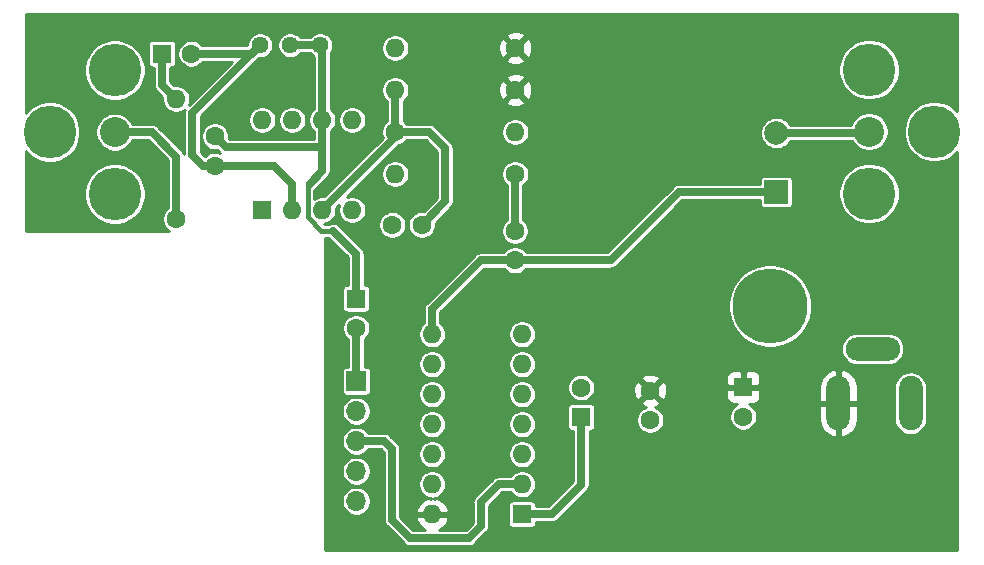
<source format=gtl>
G04 #@! TF.GenerationSoftware,KiCad,Pcbnew,(5.1.10)-1*
G04 #@! TF.CreationDate,2022-03-27T08:25:45-04:00*
G04 #@! TF.ProjectId,AudioAmp380,41756469-6f41-46d7-9033-38302e6b6963,3*
G04 #@! TF.SameCoordinates,Original*
G04 #@! TF.FileFunction,Copper,L1,Top*
G04 #@! TF.FilePolarity,Positive*
%FSLAX46Y46*%
G04 Gerber Fmt 4.6, Leading zero omitted, Abs format (unit mm)*
G04 Created by KiCad (PCBNEW (5.1.10)-1) date 2022-03-27 08:25:45*
%MOMM*%
%LPD*%
G01*
G04 APERTURE LIST*
G04 #@! TA.AperFunction,ComponentPad*
%ADD10C,1.600000*%
G04 #@! TD*
G04 #@! TA.AperFunction,ComponentPad*
%ADD11O,1.600000X1.600000*%
G04 #@! TD*
G04 #@! TA.AperFunction,ComponentPad*
%ADD12R,1.600000X1.600000*%
G04 #@! TD*
G04 #@! TA.AperFunction,ComponentPad*
%ADD13C,2.540000*%
G04 #@! TD*
G04 #@! TA.AperFunction,ComponentPad*
%ADD14C,4.445000*%
G04 #@! TD*
G04 #@! TA.AperFunction,ComponentPad*
%ADD15C,6.350000*%
G04 #@! TD*
G04 #@! TA.AperFunction,ComponentPad*
%ADD16R,1.700000X1.700000*%
G04 #@! TD*
G04 #@! TA.AperFunction,ComponentPad*
%ADD17O,1.700000X1.700000*%
G04 #@! TD*
G04 #@! TA.AperFunction,ComponentPad*
%ADD18R,2.000000X2.000000*%
G04 #@! TD*
G04 #@! TA.AperFunction,ComponentPad*
%ADD19C,2.000000*%
G04 #@! TD*
G04 #@! TA.AperFunction,ComponentPad*
%ADD20O,2.000000X4.600000*%
G04 #@! TD*
G04 #@! TA.AperFunction,ComponentPad*
%ADD21O,4.600000X2.000000*%
G04 #@! TD*
G04 #@! TA.AperFunction,ComponentPad*
%ADD22C,1.440000*%
G04 #@! TD*
G04 #@! TA.AperFunction,Conductor*
%ADD23C,0.635000*%
G04 #@! TD*
G04 #@! TA.AperFunction,Conductor*
%ADD24C,0.381000*%
G04 #@! TD*
G04 #@! TA.AperFunction,Conductor*
%ADD25C,0.254000*%
G04 #@! TD*
G04 #@! TA.AperFunction,Conductor*
%ADD26C,0.152400*%
G04 #@! TD*
G04 APERTURE END LIST*
D10*
X105740000Y-124012400D03*
D11*
X105740000Y-113852400D03*
D12*
X113020000Y-123258400D03*
D11*
X120640000Y-115638400D03*
X115560000Y-123258400D03*
X118100000Y-115638400D03*
X118100000Y-123258400D03*
X115560000Y-115638400D03*
X120640000Y-123258400D03*
X113020000Y-115638400D03*
D13*
X100533000Y-116654400D03*
D14*
X100533000Y-111409300D03*
X100533000Y-121899500D03*
X95021200Y-116654400D03*
D13*
X164405000Y-116613400D03*
D14*
X164405000Y-121858500D03*
X164405000Y-111368300D03*
X169916800Y-116613400D03*
D11*
X124282000Y-109542400D03*
D10*
X134442000Y-109542400D03*
D11*
X134442000Y-116654400D03*
D10*
X124282000Y-116654400D03*
D15*
X156020000Y-131386400D03*
D16*
X120980000Y-137736400D03*
D17*
X120980000Y-140276400D03*
X120980000Y-142816400D03*
X120980000Y-145356400D03*
X120980000Y-147896400D03*
D12*
X135020000Y-149012400D03*
D11*
X127400000Y-133772400D03*
X135020000Y-146472400D03*
X127400000Y-136312400D03*
X135020000Y-143932400D03*
X127400000Y-138852400D03*
X135020000Y-141392400D03*
X127400000Y-141392400D03*
X135020000Y-138852400D03*
X127400000Y-143932400D03*
X135020000Y-136312400D03*
X127400000Y-146472400D03*
X135020000Y-133772400D03*
X127400000Y-149012400D03*
D10*
X126520000Y-124512400D03*
X124020000Y-124512400D03*
X109020000Y-119512400D03*
X109020000Y-117012400D03*
X134442000Y-113098400D03*
D11*
X124282000Y-113098400D03*
D10*
X134442000Y-120210400D03*
D11*
X124282000Y-120210400D03*
D12*
X140030000Y-140784400D03*
D10*
X140030000Y-138284400D03*
D18*
X156540000Y-121734400D03*
D19*
X156540000Y-116734400D03*
D10*
X145872000Y-141038400D03*
X145872000Y-138538400D03*
D20*
X167905000Y-139613400D03*
X161805000Y-139613400D03*
D21*
X164705000Y-135013400D03*
D22*
X117932000Y-109288400D03*
X115392000Y-109288400D03*
X112852000Y-109288400D03*
D10*
X120980000Y-133251400D03*
D12*
X120980000Y-130751400D03*
X104520000Y-110012400D03*
D10*
X107020000Y-110012400D03*
X153746000Y-140744400D03*
D12*
X153746000Y-138244400D03*
D10*
X134420000Y-125012400D03*
X134420000Y-127512400D03*
D23*
X134420000Y-120232400D02*
X134442000Y-120210400D01*
X134420000Y-125012400D02*
X134420000Y-120232400D01*
X103662000Y-116654400D02*
X100533000Y-116654400D01*
X105740000Y-118732400D02*
X103662000Y-116654400D01*
X105740000Y-124012400D02*
X105740000Y-118732400D01*
X164284000Y-116734400D02*
X164405000Y-116613400D01*
X156540000Y-116734400D02*
X164284000Y-116734400D01*
X120980000Y-137736400D02*
X120980000Y-133251400D01*
X127400000Y-133772400D02*
X127400000Y-131632400D01*
X131520000Y-127512400D02*
X134520000Y-127512400D01*
X127400000Y-131632400D02*
X131520000Y-127512400D01*
X134520000Y-127512400D02*
X142520000Y-127512400D01*
X148298000Y-121734400D02*
X156540000Y-121734400D01*
X142520000Y-127512400D02*
X148298000Y-121734400D01*
X133060000Y-146472400D02*
X135020000Y-146472400D01*
X131520000Y-148012400D02*
X133060000Y-146472400D01*
X131520000Y-150012400D02*
X131520000Y-148012400D01*
X130520000Y-151012400D02*
X131520000Y-150012400D01*
X125520000Y-151012400D02*
X130520000Y-151012400D01*
X124020000Y-149512400D02*
X125520000Y-151012400D01*
X123324000Y-142816400D02*
X124020000Y-143512400D01*
X124020000Y-143512400D02*
X124020000Y-149512400D01*
X120980000Y-142816400D02*
X123324000Y-142816400D01*
X124282000Y-113098400D02*
X124282000Y-116654400D01*
X124282000Y-117076400D02*
X124282000Y-116654400D01*
X118100000Y-123258400D02*
X124282000Y-117076400D01*
X126520000Y-124512400D02*
X128520000Y-122512400D01*
X128520000Y-122512400D02*
X128520000Y-118012400D01*
X127162000Y-116654400D02*
X124282000Y-116654400D01*
X128520000Y-118012400D02*
X127162000Y-116654400D01*
X109020000Y-119512400D02*
X114020000Y-119512400D01*
X115560000Y-121052400D02*
X114020000Y-119512400D01*
X115560000Y-123258400D02*
X115560000Y-121052400D01*
X108020000Y-119512400D02*
X107111501Y-118603901D01*
X109020000Y-119512400D02*
X108020000Y-119512400D01*
X107111501Y-115028899D02*
X112852000Y-109288400D01*
X107111501Y-118603901D02*
X107111501Y-115028899D01*
X112128000Y-110012400D02*
X112852000Y-109288400D01*
X107020000Y-110012400D02*
X112128000Y-110012400D01*
X105740000Y-113852400D02*
X104520000Y-112632400D01*
X104520000Y-112632400D02*
X104520000Y-110012400D01*
D24*
X118100000Y-116932400D02*
X118100000Y-115638400D01*
X116855499Y-123855761D02*
X118012138Y-125012400D01*
X118012138Y-125012400D02*
X119020000Y-125012400D01*
D23*
X118100000Y-119932400D02*
X117020000Y-121012400D01*
X118100000Y-117932400D02*
X118100000Y-119932400D01*
X118100000Y-115638400D02*
X118100000Y-117932400D01*
X120980000Y-126972400D02*
X119020000Y-125012400D01*
X120980000Y-130751400D02*
X120980000Y-126972400D01*
X118100000Y-109456400D02*
X117932000Y-109288400D01*
X118100000Y-115638400D02*
X118100000Y-109456400D01*
X115392000Y-109288400D02*
X117932000Y-109288400D01*
D24*
X116855499Y-121176901D02*
X117020000Y-121012400D01*
X116855499Y-123855761D02*
X116855499Y-121176901D01*
D23*
X109940000Y-117932400D02*
X109020000Y-117012400D01*
X118100000Y-117932400D02*
X109940000Y-117932400D01*
X137540000Y-149012400D02*
X140030000Y-146522400D01*
X135020000Y-149012400D02*
X137540000Y-149012400D01*
X140030000Y-146522400D02*
X140030000Y-140784400D01*
D25*
X171833501Y-114848197D02*
X171576434Y-114591130D01*
X171150020Y-114306208D01*
X170676213Y-114109951D01*
X170173222Y-114009900D01*
X169660378Y-114009900D01*
X169157387Y-114109951D01*
X168683580Y-114306208D01*
X168257166Y-114591130D01*
X167894530Y-114953766D01*
X167609608Y-115380180D01*
X167413351Y-115853987D01*
X167313300Y-116356978D01*
X167313300Y-116869822D01*
X167413351Y-117372813D01*
X167609608Y-117846620D01*
X167894530Y-118273034D01*
X168257166Y-118635670D01*
X168683580Y-118920592D01*
X169157387Y-119116849D01*
X169660378Y-119216900D01*
X170173222Y-119216900D01*
X170676213Y-119116849D01*
X171150020Y-118920592D01*
X171576434Y-118635670D01*
X171833501Y-118378603D01*
X171833500Y-152041900D01*
X118313000Y-152041900D01*
X118313000Y-147775157D01*
X119749000Y-147775157D01*
X119749000Y-148017643D01*
X119796307Y-148255469D01*
X119889102Y-148479497D01*
X120023820Y-148681117D01*
X120195283Y-148852580D01*
X120396903Y-148987298D01*
X120620931Y-149080093D01*
X120858757Y-149127400D01*
X121101243Y-149127400D01*
X121339069Y-149080093D01*
X121563097Y-148987298D01*
X121764717Y-148852580D01*
X121936180Y-148681117D01*
X122070898Y-148479497D01*
X122163693Y-148255469D01*
X122211000Y-148017643D01*
X122211000Y-147775157D01*
X122163693Y-147537331D01*
X122070898Y-147313303D01*
X121936180Y-147111683D01*
X121764717Y-146940220D01*
X121563097Y-146805502D01*
X121339069Y-146712707D01*
X121101243Y-146665400D01*
X120858757Y-146665400D01*
X120620931Y-146712707D01*
X120396903Y-146805502D01*
X120195283Y-146940220D01*
X120023820Y-147111683D01*
X119889102Y-147313303D01*
X119796307Y-147537331D01*
X119749000Y-147775157D01*
X118313000Y-147775157D01*
X118313000Y-145235157D01*
X119749000Y-145235157D01*
X119749000Y-145477643D01*
X119796307Y-145715469D01*
X119889102Y-145939497D01*
X120023820Y-146141117D01*
X120195283Y-146312580D01*
X120396903Y-146447298D01*
X120620931Y-146540093D01*
X120858757Y-146587400D01*
X121101243Y-146587400D01*
X121339069Y-146540093D01*
X121563097Y-146447298D01*
X121764717Y-146312580D01*
X121936180Y-146141117D01*
X122070898Y-145939497D01*
X122163693Y-145715469D01*
X122211000Y-145477643D01*
X122211000Y-145235157D01*
X122163693Y-144997331D01*
X122070898Y-144773303D01*
X121936180Y-144571683D01*
X121764717Y-144400220D01*
X121563097Y-144265502D01*
X121339069Y-144172707D01*
X121101243Y-144125400D01*
X120858757Y-144125400D01*
X120620931Y-144172707D01*
X120396903Y-144265502D01*
X120195283Y-144400220D01*
X120023820Y-144571683D01*
X119889102Y-144773303D01*
X119796307Y-144997331D01*
X119749000Y-145235157D01*
X118313000Y-145235157D01*
X118313000Y-142695157D01*
X119749000Y-142695157D01*
X119749000Y-142937643D01*
X119796307Y-143175469D01*
X119889102Y-143399497D01*
X120023820Y-143601117D01*
X120195283Y-143772580D01*
X120396903Y-143907298D01*
X120620931Y-144000093D01*
X120858757Y-144047400D01*
X121101243Y-144047400D01*
X121339069Y-144000093D01*
X121563097Y-143907298D01*
X121764717Y-143772580D01*
X121936180Y-143601117D01*
X121993788Y-143514900D01*
X123034673Y-143514900D01*
X123321500Y-143801728D01*
X123321501Y-149478092D01*
X123318122Y-149512400D01*
X123331608Y-149649329D01*
X123371549Y-149780998D01*
X123436409Y-149902343D01*
X123501826Y-149982053D01*
X123501830Y-149982057D01*
X123523698Y-150008703D01*
X123550344Y-150030571D01*
X125001829Y-151482057D01*
X125023697Y-151508703D01*
X125050343Y-151530571D01*
X125050345Y-151530573D01*
X125130056Y-151595991D01*
X125251401Y-151660851D01*
X125251403Y-151660852D01*
X125383070Y-151700793D01*
X125485691Y-151710900D01*
X125485701Y-151710900D01*
X125519999Y-151714278D01*
X125554297Y-151710900D01*
X130485702Y-151710900D01*
X130520000Y-151714278D01*
X130554298Y-151710900D01*
X130554309Y-151710900D01*
X130656930Y-151700793D01*
X130788597Y-151660852D01*
X130909943Y-151595991D01*
X131016303Y-151508703D01*
X131038175Y-151482052D01*
X131989662Y-150530566D01*
X132016302Y-150508703D01*
X132038167Y-150482061D01*
X132038174Y-150482054D01*
X132103591Y-150402343D01*
X132103592Y-150402342D01*
X132168452Y-150280997D01*
X132208393Y-150149330D01*
X132218500Y-150046709D01*
X132218500Y-150046698D01*
X132221878Y-150012400D01*
X132218500Y-149978102D01*
X132218500Y-148301727D01*
X132307827Y-148212400D01*
X133837157Y-148212400D01*
X133837157Y-149812400D01*
X133844513Y-149887089D01*
X133866299Y-149958908D01*
X133901678Y-150025096D01*
X133949289Y-150083111D01*
X134007304Y-150130722D01*
X134073492Y-150166101D01*
X134145311Y-150187887D01*
X134220000Y-150195243D01*
X135820000Y-150195243D01*
X135894689Y-150187887D01*
X135966508Y-150166101D01*
X136032696Y-150130722D01*
X136090711Y-150083111D01*
X136138322Y-150025096D01*
X136173701Y-149958908D01*
X136195487Y-149887089D01*
X136202843Y-149812400D01*
X136202843Y-149710900D01*
X137505702Y-149710900D01*
X137540000Y-149714278D01*
X137574298Y-149710900D01*
X137574309Y-149710900D01*
X137676930Y-149700793D01*
X137808597Y-149660852D01*
X137929943Y-149595991D01*
X138036303Y-149508703D01*
X138058175Y-149482052D01*
X140499662Y-147040566D01*
X140526302Y-147018703D01*
X140548167Y-146992061D01*
X140548174Y-146992054D01*
X140613591Y-146912344D01*
X140648260Y-146847483D01*
X140678452Y-146790997D01*
X140718393Y-146659330D01*
X140728500Y-146556709D01*
X140728500Y-146556698D01*
X140731878Y-146522400D01*
X140728500Y-146488102D01*
X140728500Y-141967243D01*
X140830000Y-141967243D01*
X140904689Y-141959887D01*
X140976508Y-141938101D01*
X141042696Y-141902722D01*
X141100711Y-141855111D01*
X141148322Y-141797096D01*
X141183701Y-141730908D01*
X141205487Y-141659089D01*
X141212843Y-141584400D01*
X141212843Y-140922082D01*
X144691000Y-140922082D01*
X144691000Y-141154718D01*
X144736386Y-141382885D01*
X144825412Y-141597813D01*
X144954658Y-141791243D01*
X145119157Y-141955742D01*
X145312587Y-142084988D01*
X145527515Y-142174014D01*
X145755682Y-142219400D01*
X145988318Y-142219400D01*
X146216485Y-142174014D01*
X146431413Y-142084988D01*
X146624843Y-141955742D01*
X146789342Y-141791243D01*
X146918588Y-141597813D01*
X147007614Y-141382885D01*
X147053000Y-141154718D01*
X147053000Y-140922082D01*
X147007614Y-140693915D01*
X146918588Y-140478987D01*
X146789342Y-140285557D01*
X146624843Y-140121058D01*
X146431413Y-139991812D01*
X146263671Y-139922331D01*
X146488292Y-139842003D01*
X146613514Y-139775071D01*
X146685097Y-139531102D01*
X145872000Y-138718005D01*
X145058903Y-139531102D01*
X145130486Y-139775071D01*
X145385996Y-139895971D01*
X145484411Y-139920640D01*
X145312587Y-139991812D01*
X145119157Y-140121058D01*
X144954658Y-140285557D01*
X144825412Y-140478987D01*
X144736386Y-140693915D01*
X144691000Y-140922082D01*
X141212843Y-140922082D01*
X141212843Y-139984400D01*
X141205487Y-139909711D01*
X141183701Y-139837892D01*
X141148322Y-139771704D01*
X141100711Y-139713689D01*
X141042696Y-139666078D01*
X140976508Y-139630699D01*
X140904689Y-139608913D01*
X140830000Y-139601557D01*
X139230000Y-139601557D01*
X139155311Y-139608913D01*
X139083492Y-139630699D01*
X139017304Y-139666078D01*
X138959289Y-139713689D01*
X138911678Y-139771704D01*
X138876299Y-139837892D01*
X138854513Y-139909711D01*
X138847157Y-139984400D01*
X138847157Y-141584400D01*
X138854513Y-141659089D01*
X138876299Y-141730908D01*
X138911678Y-141797096D01*
X138959289Y-141855111D01*
X139017304Y-141902722D01*
X139083492Y-141938101D01*
X139155311Y-141959887D01*
X139230000Y-141967243D01*
X139331501Y-141967243D01*
X139331500Y-146233072D01*
X137250673Y-148313900D01*
X136202843Y-148313900D01*
X136202843Y-148212400D01*
X136195487Y-148137711D01*
X136173701Y-148065892D01*
X136138322Y-147999704D01*
X136090711Y-147941689D01*
X136032696Y-147894078D01*
X135966508Y-147858699D01*
X135894689Y-147836913D01*
X135820000Y-147829557D01*
X134220000Y-147829557D01*
X134145311Y-147836913D01*
X134073492Y-147858699D01*
X134007304Y-147894078D01*
X133949289Y-147941689D01*
X133901678Y-147999704D01*
X133866299Y-148065892D01*
X133844513Y-148137711D01*
X133837157Y-148212400D01*
X132307827Y-148212400D01*
X133349328Y-147170900D01*
X134066347Y-147170900D01*
X134102658Y-147225243D01*
X134267157Y-147389742D01*
X134460587Y-147518988D01*
X134675515Y-147608014D01*
X134903682Y-147653400D01*
X135136318Y-147653400D01*
X135364485Y-147608014D01*
X135579413Y-147518988D01*
X135772843Y-147389742D01*
X135937342Y-147225243D01*
X136066588Y-147031813D01*
X136155614Y-146816885D01*
X136201000Y-146588718D01*
X136201000Y-146356082D01*
X136155614Y-146127915D01*
X136066588Y-145912987D01*
X135937342Y-145719557D01*
X135772843Y-145555058D01*
X135579413Y-145425812D01*
X135364485Y-145336786D01*
X135136318Y-145291400D01*
X134903682Y-145291400D01*
X134675515Y-145336786D01*
X134460587Y-145425812D01*
X134267157Y-145555058D01*
X134102658Y-145719557D01*
X134066347Y-145773900D01*
X133094298Y-145773900D01*
X133060000Y-145770522D01*
X133025702Y-145773900D01*
X133025691Y-145773900D01*
X132923070Y-145784007D01*
X132791403Y-145823948D01*
X132734917Y-145854140D01*
X132670056Y-145888809D01*
X132590346Y-145954226D01*
X132590343Y-145954229D01*
X132563697Y-145976097D01*
X132541829Y-146002743D01*
X131050344Y-147494229D01*
X131023698Y-147516097D01*
X131001830Y-147542743D01*
X131001826Y-147542747D01*
X130936409Y-147622457D01*
X130871549Y-147743802D01*
X130871549Y-147743803D01*
X130836696Y-147858699D01*
X130831608Y-147875471D01*
X130818122Y-148012400D01*
X130821501Y-148046708D01*
X130821500Y-149723072D01*
X130230673Y-150313900D01*
X128001510Y-150313900D01*
X128013881Y-150309470D01*
X128255131Y-150164785D01*
X128463519Y-149975814D01*
X128631037Y-149749820D01*
X128751246Y-149495487D01*
X128791904Y-149361439D01*
X128669915Y-149139400D01*
X127527000Y-149139400D01*
X127527000Y-149159400D01*
X127273000Y-149159400D01*
X127273000Y-149139400D01*
X126130085Y-149139400D01*
X126008096Y-149361439D01*
X126048754Y-149495487D01*
X126168963Y-149749820D01*
X126336481Y-149975814D01*
X126544869Y-150164785D01*
X126786119Y-150309470D01*
X126798490Y-150313900D01*
X125809328Y-150313900D01*
X124718500Y-149223073D01*
X124718500Y-148663361D01*
X126008096Y-148663361D01*
X126130085Y-148885400D01*
X127273000Y-148885400D01*
X127273000Y-148865400D01*
X127527000Y-148865400D01*
X127527000Y-148885400D01*
X128669915Y-148885400D01*
X128791904Y-148663361D01*
X128751246Y-148529313D01*
X128631037Y-148274980D01*
X128463519Y-148048986D01*
X128255131Y-147860015D01*
X128013881Y-147715330D01*
X127749040Y-147620491D01*
X127527002Y-147741775D01*
X127527002Y-147651275D01*
X127744485Y-147608014D01*
X127959413Y-147518988D01*
X128152843Y-147389742D01*
X128317342Y-147225243D01*
X128446588Y-147031813D01*
X128535614Y-146816885D01*
X128581000Y-146588718D01*
X128581000Y-146356082D01*
X128535614Y-146127915D01*
X128446588Y-145912987D01*
X128317342Y-145719557D01*
X128152843Y-145555058D01*
X127959413Y-145425812D01*
X127744485Y-145336786D01*
X127516318Y-145291400D01*
X127283682Y-145291400D01*
X127055515Y-145336786D01*
X126840587Y-145425812D01*
X126647157Y-145555058D01*
X126482658Y-145719557D01*
X126353412Y-145912987D01*
X126264386Y-146127915D01*
X126219000Y-146356082D01*
X126219000Y-146588718D01*
X126264386Y-146816885D01*
X126353412Y-147031813D01*
X126482658Y-147225243D01*
X126647157Y-147389742D01*
X126840587Y-147518988D01*
X127055515Y-147608014D01*
X127272998Y-147651275D01*
X127272998Y-147741775D01*
X127050960Y-147620491D01*
X126786119Y-147715330D01*
X126544869Y-147860015D01*
X126336481Y-148048986D01*
X126168963Y-148274980D01*
X126048754Y-148529313D01*
X126008096Y-148663361D01*
X124718500Y-148663361D01*
X124718500Y-143816082D01*
X126219000Y-143816082D01*
X126219000Y-144048718D01*
X126264386Y-144276885D01*
X126353412Y-144491813D01*
X126482658Y-144685243D01*
X126647157Y-144849742D01*
X126840587Y-144978988D01*
X127055515Y-145068014D01*
X127283682Y-145113400D01*
X127516318Y-145113400D01*
X127744485Y-145068014D01*
X127959413Y-144978988D01*
X128152843Y-144849742D01*
X128317342Y-144685243D01*
X128446588Y-144491813D01*
X128535614Y-144276885D01*
X128581000Y-144048718D01*
X128581000Y-143816082D01*
X133839000Y-143816082D01*
X133839000Y-144048718D01*
X133884386Y-144276885D01*
X133973412Y-144491813D01*
X134102658Y-144685243D01*
X134267157Y-144849742D01*
X134460587Y-144978988D01*
X134675515Y-145068014D01*
X134903682Y-145113400D01*
X135136318Y-145113400D01*
X135364485Y-145068014D01*
X135579413Y-144978988D01*
X135772843Y-144849742D01*
X135937342Y-144685243D01*
X136066588Y-144491813D01*
X136155614Y-144276885D01*
X136201000Y-144048718D01*
X136201000Y-143816082D01*
X136155614Y-143587915D01*
X136066588Y-143372987D01*
X135937342Y-143179557D01*
X135772843Y-143015058D01*
X135579413Y-142885812D01*
X135364485Y-142796786D01*
X135136318Y-142751400D01*
X134903682Y-142751400D01*
X134675515Y-142796786D01*
X134460587Y-142885812D01*
X134267157Y-143015058D01*
X134102658Y-143179557D01*
X133973412Y-143372987D01*
X133884386Y-143587915D01*
X133839000Y-143816082D01*
X128581000Y-143816082D01*
X128535614Y-143587915D01*
X128446588Y-143372987D01*
X128317342Y-143179557D01*
X128152843Y-143015058D01*
X127959413Y-142885812D01*
X127744485Y-142796786D01*
X127516318Y-142751400D01*
X127283682Y-142751400D01*
X127055515Y-142796786D01*
X126840587Y-142885812D01*
X126647157Y-143015058D01*
X126482658Y-143179557D01*
X126353412Y-143372987D01*
X126264386Y-143587915D01*
X126219000Y-143816082D01*
X124718500Y-143816082D01*
X124718500Y-143546698D01*
X124721878Y-143512400D01*
X124718500Y-143478102D01*
X124718500Y-143478091D01*
X124708393Y-143375470D01*
X124668452Y-143243803D01*
X124603591Y-143122457D01*
X124572848Y-143084997D01*
X124538174Y-143042746D01*
X124538167Y-143042739D01*
X124516302Y-143016097D01*
X124489661Y-142994234D01*
X123842175Y-142346748D01*
X123820303Y-142320097D01*
X123713943Y-142232809D01*
X123592597Y-142167948D01*
X123460930Y-142128007D01*
X123358309Y-142117900D01*
X123358298Y-142117900D01*
X123324000Y-142114522D01*
X123289702Y-142117900D01*
X121993788Y-142117900D01*
X121936180Y-142031683D01*
X121764717Y-141860220D01*
X121563097Y-141725502D01*
X121339069Y-141632707D01*
X121101243Y-141585400D01*
X120858757Y-141585400D01*
X120620931Y-141632707D01*
X120396903Y-141725502D01*
X120195283Y-141860220D01*
X120023820Y-142031683D01*
X119889102Y-142233303D01*
X119796307Y-142457331D01*
X119749000Y-142695157D01*
X118313000Y-142695157D01*
X118313000Y-140155157D01*
X119749000Y-140155157D01*
X119749000Y-140397643D01*
X119796307Y-140635469D01*
X119889102Y-140859497D01*
X120023820Y-141061117D01*
X120195283Y-141232580D01*
X120396903Y-141367298D01*
X120620931Y-141460093D01*
X120858757Y-141507400D01*
X121101243Y-141507400D01*
X121339069Y-141460093D01*
X121563097Y-141367298D01*
X121699611Y-141276082D01*
X126219000Y-141276082D01*
X126219000Y-141508718D01*
X126264386Y-141736885D01*
X126353412Y-141951813D01*
X126482658Y-142145243D01*
X126647157Y-142309742D01*
X126840587Y-142438988D01*
X127055515Y-142528014D01*
X127283682Y-142573400D01*
X127516318Y-142573400D01*
X127744485Y-142528014D01*
X127959413Y-142438988D01*
X128152843Y-142309742D01*
X128317342Y-142145243D01*
X128446588Y-141951813D01*
X128535614Y-141736885D01*
X128581000Y-141508718D01*
X128581000Y-141276082D01*
X133839000Y-141276082D01*
X133839000Y-141508718D01*
X133884386Y-141736885D01*
X133973412Y-141951813D01*
X134102658Y-142145243D01*
X134267157Y-142309742D01*
X134460587Y-142438988D01*
X134675515Y-142528014D01*
X134903682Y-142573400D01*
X135136318Y-142573400D01*
X135364485Y-142528014D01*
X135579413Y-142438988D01*
X135772843Y-142309742D01*
X135937342Y-142145243D01*
X136066588Y-141951813D01*
X136155614Y-141736885D01*
X136201000Y-141508718D01*
X136201000Y-141276082D01*
X136155614Y-141047915D01*
X136066588Y-140832987D01*
X135937342Y-140639557D01*
X135772843Y-140475058D01*
X135579413Y-140345812D01*
X135364485Y-140256786D01*
X135136318Y-140211400D01*
X134903682Y-140211400D01*
X134675515Y-140256786D01*
X134460587Y-140345812D01*
X134267157Y-140475058D01*
X134102658Y-140639557D01*
X133973412Y-140832987D01*
X133884386Y-141047915D01*
X133839000Y-141276082D01*
X128581000Y-141276082D01*
X128535614Y-141047915D01*
X128446588Y-140832987D01*
X128317342Y-140639557D01*
X128152843Y-140475058D01*
X127959413Y-140345812D01*
X127744485Y-140256786D01*
X127516318Y-140211400D01*
X127283682Y-140211400D01*
X127055515Y-140256786D01*
X126840587Y-140345812D01*
X126647157Y-140475058D01*
X126482658Y-140639557D01*
X126353412Y-140832987D01*
X126264386Y-141047915D01*
X126219000Y-141276082D01*
X121699611Y-141276082D01*
X121764717Y-141232580D01*
X121936180Y-141061117D01*
X122070898Y-140859497D01*
X122163693Y-140635469D01*
X122211000Y-140397643D01*
X122211000Y-140155157D01*
X122163693Y-139917331D01*
X122070898Y-139693303D01*
X121936180Y-139491683D01*
X121764717Y-139320220D01*
X121563097Y-139185502D01*
X121339069Y-139092707D01*
X121101243Y-139045400D01*
X120858757Y-139045400D01*
X120620931Y-139092707D01*
X120396903Y-139185502D01*
X120195283Y-139320220D01*
X120023820Y-139491683D01*
X119889102Y-139693303D01*
X119796307Y-139917331D01*
X119749000Y-140155157D01*
X118313000Y-140155157D01*
X118313000Y-136886400D01*
X119747157Y-136886400D01*
X119747157Y-138586400D01*
X119754513Y-138661089D01*
X119776299Y-138732908D01*
X119811678Y-138799096D01*
X119859289Y-138857111D01*
X119917304Y-138904722D01*
X119983492Y-138940101D01*
X120055311Y-138961887D01*
X120130000Y-138969243D01*
X121830000Y-138969243D01*
X121904689Y-138961887D01*
X121976508Y-138940101D01*
X122042696Y-138904722D01*
X122100711Y-138857111D01*
X122148322Y-138799096D01*
X122182004Y-138736082D01*
X126219000Y-138736082D01*
X126219000Y-138968718D01*
X126264386Y-139196885D01*
X126353412Y-139411813D01*
X126482658Y-139605243D01*
X126647157Y-139769742D01*
X126840587Y-139898988D01*
X127055515Y-139988014D01*
X127283682Y-140033400D01*
X127516318Y-140033400D01*
X127744485Y-139988014D01*
X127959413Y-139898988D01*
X128152843Y-139769742D01*
X128317342Y-139605243D01*
X128446588Y-139411813D01*
X128535614Y-139196885D01*
X128581000Y-138968718D01*
X128581000Y-138736082D01*
X133839000Y-138736082D01*
X133839000Y-138968718D01*
X133884386Y-139196885D01*
X133973412Y-139411813D01*
X134102658Y-139605243D01*
X134267157Y-139769742D01*
X134460587Y-139898988D01*
X134675515Y-139988014D01*
X134903682Y-140033400D01*
X135136318Y-140033400D01*
X135364485Y-139988014D01*
X135579413Y-139898988D01*
X135772843Y-139769742D01*
X135937342Y-139605243D01*
X136066588Y-139411813D01*
X136155614Y-139196885D01*
X136201000Y-138968718D01*
X136201000Y-138736082D01*
X136155614Y-138507915D01*
X136066588Y-138292987D01*
X135983130Y-138168082D01*
X138849000Y-138168082D01*
X138849000Y-138400718D01*
X138894386Y-138628885D01*
X138983412Y-138843813D01*
X139112658Y-139037243D01*
X139277157Y-139201742D01*
X139470587Y-139330988D01*
X139685515Y-139420014D01*
X139913682Y-139465400D01*
X140146318Y-139465400D01*
X140374485Y-139420014D01*
X140589413Y-139330988D01*
X140782843Y-139201742D01*
X140947342Y-139037243D01*
X141076588Y-138843813D01*
X141165614Y-138628885D01*
X141169586Y-138608912D01*
X144431783Y-138608912D01*
X144473213Y-138888530D01*
X144568397Y-139154692D01*
X144635329Y-139279914D01*
X144879298Y-139351497D01*
X145692395Y-138538400D01*
X146051605Y-138538400D01*
X146864702Y-139351497D01*
X147108671Y-139279914D01*
X147220109Y-139044400D01*
X152307928Y-139044400D01*
X152320188Y-139168882D01*
X152356498Y-139288580D01*
X152415463Y-139398894D01*
X152494815Y-139495585D01*
X152591506Y-139574937D01*
X152701820Y-139633902D01*
X152821518Y-139670212D01*
X152946000Y-139682472D01*
X153227683Y-139680789D01*
X153186587Y-139697812D01*
X152993157Y-139827058D01*
X152828658Y-139991557D01*
X152699412Y-140184987D01*
X152610386Y-140399915D01*
X152565000Y-140628082D01*
X152565000Y-140860718D01*
X152610386Y-141088885D01*
X152699412Y-141303813D01*
X152828658Y-141497243D01*
X152993157Y-141661742D01*
X153186587Y-141790988D01*
X153401515Y-141880014D01*
X153629682Y-141925400D01*
X153862318Y-141925400D01*
X154090485Y-141880014D01*
X154305413Y-141790988D01*
X154498843Y-141661742D01*
X154663342Y-141497243D01*
X154792588Y-141303813D01*
X154881614Y-141088885D01*
X154927000Y-140860718D01*
X154927000Y-140628082D01*
X154881614Y-140399915D01*
X154792588Y-140184987D01*
X154663342Y-139991557D01*
X154498843Y-139827058D01*
X154369151Y-139740400D01*
X160170000Y-139740400D01*
X160170000Y-141040400D01*
X160226193Y-141356932D01*
X160343058Y-141656420D01*
X160516105Y-141927354D01*
X160738683Y-142159322D01*
X161002239Y-142343410D01*
X161296645Y-142472544D01*
X161424566Y-142503524D01*
X161678000Y-142384177D01*
X161678000Y-139740400D01*
X161932000Y-139740400D01*
X161932000Y-142384177D01*
X162185434Y-142503524D01*
X162313355Y-142472544D01*
X162607761Y-142343410D01*
X162871317Y-142159322D01*
X163093895Y-141927354D01*
X163266942Y-141656420D01*
X163383807Y-141356932D01*
X163440000Y-141040400D01*
X163440000Y-140981242D01*
X166524000Y-140981242D01*
X166543982Y-141184122D01*
X166622949Y-141444442D01*
X166751185Y-141684354D01*
X166923761Y-141894638D01*
X167134045Y-142067215D01*
X167373957Y-142195451D01*
X167634277Y-142274418D01*
X167905000Y-142301082D01*
X168175722Y-142274418D01*
X168436042Y-142195451D01*
X168675954Y-142067215D01*
X168886238Y-141894639D01*
X169058815Y-141684355D01*
X169187051Y-141444443D01*
X169266018Y-141184123D01*
X169286000Y-140981243D01*
X169286000Y-138245557D01*
X169266018Y-138042677D01*
X169187051Y-137782357D01*
X169058815Y-137542445D01*
X168886239Y-137332161D01*
X168675955Y-137159585D01*
X168436043Y-137031349D01*
X168175723Y-136952382D01*
X167905000Y-136925718D01*
X167634278Y-136952382D01*
X167373958Y-137031349D01*
X167134046Y-137159585D01*
X166923762Y-137332161D01*
X166751186Y-137542445D01*
X166622950Y-137782357D01*
X166543983Y-138042677D01*
X166524001Y-138245557D01*
X166524000Y-140981242D01*
X163440000Y-140981242D01*
X163440000Y-139740400D01*
X161932000Y-139740400D01*
X161678000Y-139740400D01*
X160170000Y-139740400D01*
X154369151Y-139740400D01*
X154305413Y-139697812D01*
X154264317Y-139680789D01*
X154546000Y-139682472D01*
X154670482Y-139670212D01*
X154790180Y-139633902D01*
X154900494Y-139574937D01*
X154997185Y-139495585D01*
X155076537Y-139398894D01*
X155135502Y-139288580D01*
X155171812Y-139168882D01*
X155184072Y-139044400D01*
X155181000Y-138530150D01*
X155022250Y-138371400D01*
X153873000Y-138371400D01*
X153873000Y-138391400D01*
X153619000Y-138391400D01*
X153619000Y-138371400D01*
X152469750Y-138371400D01*
X152311000Y-138530150D01*
X152307928Y-139044400D01*
X147220109Y-139044400D01*
X147229571Y-139024404D01*
X147298300Y-138750216D01*
X147312217Y-138467888D01*
X147270787Y-138188270D01*
X147270119Y-138186400D01*
X160170000Y-138186400D01*
X160170000Y-139486400D01*
X161678000Y-139486400D01*
X161678000Y-136842623D01*
X161932000Y-136842623D01*
X161932000Y-139486400D01*
X163440000Y-139486400D01*
X163440000Y-138186400D01*
X163383807Y-137869868D01*
X163266942Y-137570380D01*
X163093895Y-137299446D01*
X162871317Y-137067478D01*
X162607761Y-136883390D01*
X162313355Y-136754256D01*
X162185434Y-136723276D01*
X161932000Y-136842623D01*
X161678000Y-136842623D01*
X161424566Y-136723276D01*
X161296645Y-136754256D01*
X161002239Y-136883390D01*
X160738683Y-137067478D01*
X160516105Y-137299446D01*
X160343058Y-137570380D01*
X160226193Y-137869868D01*
X160170000Y-138186400D01*
X147270119Y-138186400D01*
X147175603Y-137922108D01*
X147108671Y-137796886D01*
X146864702Y-137725303D01*
X146051605Y-138538400D01*
X145692395Y-138538400D01*
X144879298Y-137725303D01*
X144635329Y-137796886D01*
X144514429Y-138052396D01*
X144445700Y-138326584D01*
X144431783Y-138608912D01*
X141169586Y-138608912D01*
X141211000Y-138400718D01*
X141211000Y-138168082D01*
X141165614Y-137939915D01*
X141076588Y-137724987D01*
X140956791Y-137545698D01*
X145058903Y-137545698D01*
X145872000Y-138358795D01*
X146685097Y-137545698D01*
X146655376Y-137444400D01*
X152307928Y-137444400D01*
X152311000Y-137958650D01*
X152469750Y-138117400D01*
X153619000Y-138117400D01*
X153619000Y-136968150D01*
X153873000Y-136968150D01*
X153873000Y-138117400D01*
X155022250Y-138117400D01*
X155181000Y-137958650D01*
X155184072Y-137444400D01*
X155171812Y-137319918D01*
X155135502Y-137200220D01*
X155076537Y-137089906D01*
X154997185Y-136993215D01*
X154900494Y-136913863D01*
X154790180Y-136854898D01*
X154670482Y-136818588D01*
X154546000Y-136806328D01*
X154031750Y-136809400D01*
X153873000Y-136968150D01*
X153619000Y-136968150D01*
X153460250Y-136809400D01*
X152946000Y-136806328D01*
X152821518Y-136818588D01*
X152701820Y-136854898D01*
X152591506Y-136913863D01*
X152494815Y-136993215D01*
X152415463Y-137089906D01*
X152356498Y-137200220D01*
X152320188Y-137319918D01*
X152307928Y-137444400D01*
X146655376Y-137444400D01*
X146613514Y-137301729D01*
X146358004Y-137180829D01*
X146083816Y-137112100D01*
X145801488Y-137098183D01*
X145521870Y-137139613D01*
X145255708Y-137234797D01*
X145130486Y-137301729D01*
X145058903Y-137545698D01*
X140956791Y-137545698D01*
X140947342Y-137531557D01*
X140782843Y-137367058D01*
X140589413Y-137237812D01*
X140374485Y-137148786D01*
X140146318Y-137103400D01*
X139913682Y-137103400D01*
X139685515Y-137148786D01*
X139470587Y-137237812D01*
X139277157Y-137367058D01*
X139112658Y-137531557D01*
X138983412Y-137724987D01*
X138894386Y-137939915D01*
X138849000Y-138168082D01*
X135983130Y-138168082D01*
X135937342Y-138099557D01*
X135772843Y-137935058D01*
X135579413Y-137805812D01*
X135364485Y-137716786D01*
X135136318Y-137671400D01*
X134903682Y-137671400D01*
X134675515Y-137716786D01*
X134460587Y-137805812D01*
X134267157Y-137935058D01*
X134102658Y-138099557D01*
X133973412Y-138292987D01*
X133884386Y-138507915D01*
X133839000Y-138736082D01*
X128581000Y-138736082D01*
X128535614Y-138507915D01*
X128446588Y-138292987D01*
X128317342Y-138099557D01*
X128152843Y-137935058D01*
X127959413Y-137805812D01*
X127744485Y-137716786D01*
X127516318Y-137671400D01*
X127283682Y-137671400D01*
X127055515Y-137716786D01*
X126840587Y-137805812D01*
X126647157Y-137935058D01*
X126482658Y-138099557D01*
X126353412Y-138292987D01*
X126264386Y-138507915D01*
X126219000Y-138736082D01*
X122182004Y-138736082D01*
X122183701Y-138732908D01*
X122205487Y-138661089D01*
X122212843Y-138586400D01*
X122212843Y-136886400D01*
X122205487Y-136811711D01*
X122183701Y-136739892D01*
X122148322Y-136673704D01*
X122100711Y-136615689D01*
X122042696Y-136568078D01*
X121976508Y-136532699D01*
X121904689Y-136510913D01*
X121830000Y-136503557D01*
X121678500Y-136503557D01*
X121678500Y-136196082D01*
X126219000Y-136196082D01*
X126219000Y-136428718D01*
X126264386Y-136656885D01*
X126353412Y-136871813D01*
X126482658Y-137065243D01*
X126647157Y-137229742D01*
X126840587Y-137358988D01*
X127055515Y-137448014D01*
X127283682Y-137493400D01*
X127516318Y-137493400D01*
X127744485Y-137448014D01*
X127959413Y-137358988D01*
X128152843Y-137229742D01*
X128317342Y-137065243D01*
X128446588Y-136871813D01*
X128535614Y-136656885D01*
X128581000Y-136428718D01*
X128581000Y-136196082D01*
X133839000Y-136196082D01*
X133839000Y-136428718D01*
X133884386Y-136656885D01*
X133973412Y-136871813D01*
X134102658Y-137065243D01*
X134267157Y-137229742D01*
X134460587Y-137358988D01*
X134675515Y-137448014D01*
X134903682Y-137493400D01*
X135136318Y-137493400D01*
X135364485Y-137448014D01*
X135579413Y-137358988D01*
X135772843Y-137229742D01*
X135937342Y-137065243D01*
X136066588Y-136871813D01*
X136155614Y-136656885D01*
X136201000Y-136428718D01*
X136201000Y-136196082D01*
X136155614Y-135967915D01*
X136066588Y-135752987D01*
X135937342Y-135559557D01*
X135772843Y-135395058D01*
X135579413Y-135265812D01*
X135364485Y-135176786D01*
X135136318Y-135131400D01*
X134903682Y-135131400D01*
X134675515Y-135176786D01*
X134460587Y-135265812D01*
X134267157Y-135395058D01*
X134102658Y-135559557D01*
X133973412Y-135752987D01*
X133884386Y-135967915D01*
X133839000Y-136196082D01*
X128581000Y-136196082D01*
X128535614Y-135967915D01*
X128446588Y-135752987D01*
X128317342Y-135559557D01*
X128152843Y-135395058D01*
X127959413Y-135265812D01*
X127744485Y-135176786D01*
X127516318Y-135131400D01*
X127283682Y-135131400D01*
X127055515Y-135176786D01*
X126840587Y-135265812D01*
X126647157Y-135395058D01*
X126482658Y-135559557D01*
X126353412Y-135752987D01*
X126264386Y-135967915D01*
X126219000Y-136196082D01*
X121678500Y-136196082D01*
X121678500Y-135013400D01*
X162017318Y-135013400D01*
X162043982Y-135284123D01*
X162122949Y-135544443D01*
X162251185Y-135784355D01*
X162423761Y-135994639D01*
X162634045Y-136167215D01*
X162873957Y-136295451D01*
X163134277Y-136374418D01*
X163337157Y-136394400D01*
X166072843Y-136394400D01*
X166275723Y-136374418D01*
X166536043Y-136295451D01*
X166775955Y-136167215D01*
X166986239Y-135994639D01*
X167158815Y-135784355D01*
X167287051Y-135544443D01*
X167366018Y-135284123D01*
X167392682Y-135013400D01*
X167366018Y-134742677D01*
X167287051Y-134482357D01*
X167158815Y-134242445D01*
X166986239Y-134032161D01*
X166775955Y-133859585D01*
X166536043Y-133731349D01*
X166275723Y-133652382D01*
X166072843Y-133632400D01*
X163337157Y-133632400D01*
X163134277Y-133652382D01*
X162873957Y-133731349D01*
X162634045Y-133859585D01*
X162423761Y-134032161D01*
X162251185Y-134242445D01*
X162122949Y-134482357D01*
X162043982Y-134742677D01*
X162017318Y-135013400D01*
X121678500Y-135013400D01*
X121678500Y-134205053D01*
X121732843Y-134168742D01*
X121897342Y-134004243D01*
X122026588Y-133810813D01*
X122090679Y-133656082D01*
X126219000Y-133656082D01*
X126219000Y-133888718D01*
X126264386Y-134116885D01*
X126353412Y-134331813D01*
X126482658Y-134525243D01*
X126647157Y-134689742D01*
X126840587Y-134818988D01*
X127055515Y-134908014D01*
X127283682Y-134953400D01*
X127516318Y-134953400D01*
X127744485Y-134908014D01*
X127959413Y-134818988D01*
X128152843Y-134689742D01*
X128317342Y-134525243D01*
X128446588Y-134331813D01*
X128535614Y-134116885D01*
X128581000Y-133888718D01*
X128581000Y-133656082D01*
X133839000Y-133656082D01*
X133839000Y-133888718D01*
X133884386Y-134116885D01*
X133973412Y-134331813D01*
X134102658Y-134525243D01*
X134267157Y-134689742D01*
X134460587Y-134818988D01*
X134675515Y-134908014D01*
X134903682Y-134953400D01*
X135136318Y-134953400D01*
X135364485Y-134908014D01*
X135579413Y-134818988D01*
X135772843Y-134689742D01*
X135937342Y-134525243D01*
X136066588Y-134331813D01*
X136155614Y-134116885D01*
X136201000Y-133888718D01*
X136201000Y-133656082D01*
X136155614Y-133427915D01*
X136066588Y-133212987D01*
X135937342Y-133019557D01*
X135772843Y-132855058D01*
X135579413Y-132725812D01*
X135364485Y-132636786D01*
X135136318Y-132591400D01*
X134903682Y-132591400D01*
X134675515Y-132636786D01*
X134460587Y-132725812D01*
X134267157Y-132855058D01*
X134102658Y-133019557D01*
X133973412Y-133212987D01*
X133884386Y-133427915D01*
X133839000Y-133656082D01*
X128581000Y-133656082D01*
X128535614Y-133427915D01*
X128446588Y-133212987D01*
X128317342Y-133019557D01*
X128152843Y-132855058D01*
X128098500Y-132818747D01*
X128098500Y-131921727D01*
X128984062Y-131036165D01*
X152464000Y-131036165D01*
X152464000Y-131736635D01*
X152600655Y-132423647D01*
X152868714Y-133070798D01*
X153257874Y-133653218D01*
X153753182Y-134148526D01*
X154335602Y-134537686D01*
X154982753Y-134805745D01*
X155669765Y-134942400D01*
X156370235Y-134942400D01*
X157057247Y-134805745D01*
X157704398Y-134537686D01*
X158286818Y-134148526D01*
X158782126Y-133653218D01*
X159171286Y-133070798D01*
X159439345Y-132423647D01*
X159576000Y-131736635D01*
X159576000Y-131036165D01*
X159439345Y-130349153D01*
X159171286Y-129702002D01*
X158782126Y-129119582D01*
X158286818Y-128624274D01*
X157704398Y-128235114D01*
X157057247Y-127967055D01*
X156370235Y-127830400D01*
X155669765Y-127830400D01*
X154982753Y-127967055D01*
X154335602Y-128235114D01*
X153753182Y-128624274D01*
X153257874Y-129119582D01*
X152868714Y-129702002D01*
X152600655Y-130349153D01*
X152464000Y-131036165D01*
X128984062Y-131036165D01*
X131809328Y-128210900D01*
X133466347Y-128210900D01*
X133502658Y-128265243D01*
X133667157Y-128429742D01*
X133860587Y-128558988D01*
X134075515Y-128648014D01*
X134303682Y-128693400D01*
X134536318Y-128693400D01*
X134764485Y-128648014D01*
X134979413Y-128558988D01*
X135172843Y-128429742D01*
X135337342Y-128265243D01*
X135373653Y-128210900D01*
X142485702Y-128210900D01*
X142520000Y-128214278D01*
X142554298Y-128210900D01*
X142554309Y-128210900D01*
X142656930Y-128200793D01*
X142788597Y-128160852D01*
X142909943Y-128095991D01*
X143016303Y-128008703D01*
X143038175Y-127982052D01*
X148587328Y-122432900D01*
X155157157Y-122432900D01*
X155157157Y-122734400D01*
X155164513Y-122809089D01*
X155186299Y-122880908D01*
X155221678Y-122947096D01*
X155269289Y-123005111D01*
X155327304Y-123052722D01*
X155393492Y-123088101D01*
X155465311Y-123109887D01*
X155540000Y-123117243D01*
X157540000Y-123117243D01*
X157614689Y-123109887D01*
X157686508Y-123088101D01*
X157752696Y-123052722D01*
X157810711Y-123005111D01*
X157858322Y-122947096D01*
X157893701Y-122880908D01*
X157915487Y-122809089D01*
X157922843Y-122734400D01*
X157922843Y-121602078D01*
X161801500Y-121602078D01*
X161801500Y-122114922D01*
X161901551Y-122617913D01*
X162097808Y-123091720D01*
X162382730Y-123518134D01*
X162745366Y-123880770D01*
X163171780Y-124165692D01*
X163645587Y-124361949D01*
X164148578Y-124462000D01*
X164661422Y-124462000D01*
X165164413Y-124361949D01*
X165638220Y-124165692D01*
X166064634Y-123880770D01*
X166427270Y-123518134D01*
X166712192Y-123091720D01*
X166908449Y-122617913D01*
X167008500Y-122114922D01*
X167008500Y-121602078D01*
X166908449Y-121099087D01*
X166712192Y-120625280D01*
X166427270Y-120198866D01*
X166064634Y-119836230D01*
X165638220Y-119551308D01*
X165164413Y-119355051D01*
X164661422Y-119255000D01*
X164148578Y-119255000D01*
X163645587Y-119355051D01*
X163171780Y-119551308D01*
X162745366Y-119836230D01*
X162382730Y-120198866D01*
X162097808Y-120625280D01*
X161901551Y-121099087D01*
X161801500Y-121602078D01*
X157922843Y-121602078D01*
X157922843Y-120734400D01*
X157915487Y-120659711D01*
X157893701Y-120587892D01*
X157858322Y-120521704D01*
X157810711Y-120463689D01*
X157752696Y-120416078D01*
X157686508Y-120380699D01*
X157614689Y-120358913D01*
X157540000Y-120351557D01*
X155540000Y-120351557D01*
X155465311Y-120358913D01*
X155393492Y-120380699D01*
X155327304Y-120416078D01*
X155269289Y-120463689D01*
X155221678Y-120521704D01*
X155186299Y-120587892D01*
X155164513Y-120659711D01*
X155157157Y-120734400D01*
X155157157Y-121035900D01*
X148332298Y-121035900D01*
X148298000Y-121032522D01*
X148263702Y-121035900D01*
X148263691Y-121035900D01*
X148161070Y-121046007D01*
X148029403Y-121085948D01*
X148029401Y-121085949D01*
X147908056Y-121150809D01*
X147828346Y-121216226D01*
X147828343Y-121216229D01*
X147801697Y-121238097D01*
X147779829Y-121264743D01*
X142230673Y-126813900D01*
X135373653Y-126813900D01*
X135337342Y-126759557D01*
X135172843Y-126595058D01*
X134979413Y-126465812D01*
X134764485Y-126376786D01*
X134536318Y-126331400D01*
X134303682Y-126331400D01*
X134075515Y-126376786D01*
X133860587Y-126465812D01*
X133667157Y-126595058D01*
X133502658Y-126759557D01*
X133466347Y-126813900D01*
X131554298Y-126813900D01*
X131520000Y-126810522D01*
X131485702Y-126813900D01*
X131485691Y-126813900D01*
X131383070Y-126824007D01*
X131251403Y-126863948D01*
X131194917Y-126894140D01*
X131130056Y-126928809D01*
X131050346Y-126994226D01*
X131050343Y-126994229D01*
X131023697Y-127016097D01*
X131001829Y-127042743D01*
X126930344Y-131114229D01*
X126903698Y-131136097D01*
X126881830Y-131162743D01*
X126881826Y-131162747D01*
X126816409Y-131242457D01*
X126751549Y-131363802D01*
X126711608Y-131495471D01*
X126698122Y-131632400D01*
X126701501Y-131666708D01*
X126701500Y-132818747D01*
X126647157Y-132855058D01*
X126482658Y-133019557D01*
X126353412Y-133212987D01*
X126264386Y-133427915D01*
X126219000Y-133656082D01*
X122090679Y-133656082D01*
X122115614Y-133595885D01*
X122161000Y-133367718D01*
X122161000Y-133135082D01*
X122115614Y-132906915D01*
X122026588Y-132691987D01*
X121897342Y-132498557D01*
X121732843Y-132334058D01*
X121539413Y-132204812D01*
X121324485Y-132115786D01*
X121096318Y-132070400D01*
X120863682Y-132070400D01*
X120635515Y-132115786D01*
X120420587Y-132204812D01*
X120227157Y-132334058D01*
X120062658Y-132498557D01*
X119933412Y-132691987D01*
X119844386Y-132906915D01*
X119799000Y-133135082D01*
X119799000Y-133367718D01*
X119844386Y-133595885D01*
X119933412Y-133810813D01*
X120062658Y-134004243D01*
X120227157Y-134168742D01*
X120281501Y-134205053D01*
X120281500Y-136503557D01*
X120130000Y-136503557D01*
X120055311Y-136510913D01*
X119983492Y-136532699D01*
X119917304Y-136568078D01*
X119859289Y-136615689D01*
X119811678Y-136673704D01*
X119776299Y-136739892D01*
X119754513Y-136811711D01*
X119747157Y-136886400D01*
X118313000Y-136886400D01*
X118313000Y-125583900D01*
X118603673Y-125583900D01*
X120281501Y-127261729D01*
X120281500Y-129568557D01*
X120180000Y-129568557D01*
X120105311Y-129575913D01*
X120033492Y-129597699D01*
X119967304Y-129633078D01*
X119909289Y-129680689D01*
X119861678Y-129738704D01*
X119826299Y-129804892D01*
X119804513Y-129876711D01*
X119797157Y-129951400D01*
X119797157Y-131551400D01*
X119804513Y-131626089D01*
X119826299Y-131697908D01*
X119861678Y-131764096D01*
X119909289Y-131822111D01*
X119967304Y-131869722D01*
X120033492Y-131905101D01*
X120105311Y-131926887D01*
X120180000Y-131934243D01*
X121780000Y-131934243D01*
X121854689Y-131926887D01*
X121926508Y-131905101D01*
X121992696Y-131869722D01*
X122050711Y-131822111D01*
X122098322Y-131764096D01*
X122133701Y-131697908D01*
X122155487Y-131626089D01*
X122162843Y-131551400D01*
X122162843Y-129951400D01*
X122155487Y-129876711D01*
X122133701Y-129804892D01*
X122098322Y-129738704D01*
X122050711Y-129680689D01*
X121992696Y-129633078D01*
X121926508Y-129597699D01*
X121854689Y-129575913D01*
X121780000Y-129568557D01*
X121678500Y-129568557D01*
X121678500Y-127006698D01*
X121681878Y-126972400D01*
X121678500Y-126938102D01*
X121678500Y-126938091D01*
X121668393Y-126835470D01*
X121628452Y-126703803D01*
X121563591Y-126582457D01*
X121498174Y-126502746D01*
X121498171Y-126502743D01*
X121476303Y-126476097D01*
X121449657Y-126454229D01*
X119489653Y-124494226D01*
X119409943Y-124428809D01*
X119288598Y-124363949D01*
X119156929Y-124324008D01*
X119020000Y-124310522D01*
X118883071Y-124324008D01*
X118751402Y-124363949D01*
X118630057Y-124428809D01*
X118615324Y-124440900D01*
X118248861Y-124440900D01*
X118242210Y-124434250D01*
X118444485Y-124394014D01*
X118659413Y-124304988D01*
X118852843Y-124175742D01*
X119017342Y-124011243D01*
X119146588Y-123817813D01*
X119235614Y-123602885D01*
X119281000Y-123374718D01*
X119281000Y-123142082D01*
X119268249Y-123077978D01*
X119555350Y-122790878D01*
X119504386Y-122913915D01*
X119459000Y-123142082D01*
X119459000Y-123374718D01*
X119504386Y-123602885D01*
X119593412Y-123817813D01*
X119722658Y-124011243D01*
X119887157Y-124175742D01*
X120080587Y-124304988D01*
X120295515Y-124394014D01*
X120523682Y-124439400D01*
X120756318Y-124439400D01*
X120974088Y-124396082D01*
X122839000Y-124396082D01*
X122839000Y-124628718D01*
X122884386Y-124856885D01*
X122973412Y-125071813D01*
X123102658Y-125265243D01*
X123267157Y-125429742D01*
X123460587Y-125558988D01*
X123675515Y-125648014D01*
X123903682Y-125693400D01*
X124136318Y-125693400D01*
X124364485Y-125648014D01*
X124579413Y-125558988D01*
X124772843Y-125429742D01*
X124937342Y-125265243D01*
X125066588Y-125071813D01*
X125155614Y-124856885D01*
X125201000Y-124628718D01*
X125201000Y-124396082D01*
X125155614Y-124167915D01*
X125066588Y-123952987D01*
X124937342Y-123759557D01*
X124772843Y-123595058D01*
X124579413Y-123465812D01*
X124364485Y-123376786D01*
X124136318Y-123331400D01*
X123903682Y-123331400D01*
X123675515Y-123376786D01*
X123460587Y-123465812D01*
X123267157Y-123595058D01*
X123102658Y-123759557D01*
X122973412Y-123952987D01*
X122884386Y-124167915D01*
X122839000Y-124396082D01*
X120974088Y-124396082D01*
X120984485Y-124394014D01*
X121199413Y-124304988D01*
X121392843Y-124175742D01*
X121557342Y-124011243D01*
X121686588Y-123817813D01*
X121775614Y-123602885D01*
X121821000Y-123374718D01*
X121821000Y-123142082D01*
X121775614Y-122913915D01*
X121686588Y-122698987D01*
X121557342Y-122505557D01*
X121392843Y-122341058D01*
X121199413Y-122211812D01*
X120984485Y-122122786D01*
X120756318Y-122077400D01*
X120523682Y-122077400D01*
X120295515Y-122122786D01*
X120172478Y-122173750D01*
X122252146Y-120094082D01*
X123101000Y-120094082D01*
X123101000Y-120326718D01*
X123146386Y-120554885D01*
X123235412Y-120769813D01*
X123364658Y-120963243D01*
X123529157Y-121127742D01*
X123722587Y-121256988D01*
X123937515Y-121346014D01*
X124165682Y-121391400D01*
X124398318Y-121391400D01*
X124626485Y-121346014D01*
X124841413Y-121256988D01*
X125034843Y-121127742D01*
X125199342Y-120963243D01*
X125328588Y-120769813D01*
X125417614Y-120554885D01*
X125463000Y-120326718D01*
X125463000Y-120094082D01*
X125417614Y-119865915D01*
X125328588Y-119650987D01*
X125199342Y-119457557D01*
X125034843Y-119293058D01*
X124841413Y-119163812D01*
X124626485Y-119074786D01*
X124398318Y-119029400D01*
X124165682Y-119029400D01*
X123937515Y-119074786D01*
X123722587Y-119163812D01*
X123529157Y-119293058D01*
X123364658Y-119457557D01*
X123235412Y-119650987D01*
X123146386Y-119865915D01*
X123101000Y-120094082D01*
X122252146Y-120094082D01*
X124538766Y-117807463D01*
X124626485Y-117790014D01*
X124841413Y-117700988D01*
X125034843Y-117571742D01*
X125199342Y-117407243D01*
X125235653Y-117352900D01*
X126872673Y-117352900D01*
X127821501Y-118301729D01*
X127821500Y-122223071D01*
X126700421Y-123344151D01*
X126636318Y-123331400D01*
X126403682Y-123331400D01*
X126175515Y-123376786D01*
X125960587Y-123465812D01*
X125767157Y-123595058D01*
X125602658Y-123759557D01*
X125473412Y-123952987D01*
X125384386Y-124167915D01*
X125339000Y-124396082D01*
X125339000Y-124628718D01*
X125384386Y-124856885D01*
X125473412Y-125071813D01*
X125602658Y-125265243D01*
X125767157Y-125429742D01*
X125960587Y-125558988D01*
X126175515Y-125648014D01*
X126403682Y-125693400D01*
X126636318Y-125693400D01*
X126864485Y-125648014D01*
X127079413Y-125558988D01*
X127272843Y-125429742D01*
X127437342Y-125265243D01*
X127566588Y-125071813D01*
X127639378Y-124896082D01*
X133239000Y-124896082D01*
X133239000Y-125128718D01*
X133284386Y-125356885D01*
X133373412Y-125571813D01*
X133502658Y-125765243D01*
X133667157Y-125929742D01*
X133860587Y-126058988D01*
X134075515Y-126148014D01*
X134303682Y-126193400D01*
X134536318Y-126193400D01*
X134764485Y-126148014D01*
X134979413Y-126058988D01*
X135172843Y-125929742D01*
X135337342Y-125765243D01*
X135466588Y-125571813D01*
X135555614Y-125356885D01*
X135601000Y-125128718D01*
X135601000Y-124896082D01*
X135555614Y-124667915D01*
X135466588Y-124452987D01*
X135337342Y-124259557D01*
X135172843Y-124095058D01*
X135118500Y-124058747D01*
X135118500Y-121178753D01*
X135194843Y-121127742D01*
X135359342Y-120963243D01*
X135488588Y-120769813D01*
X135577614Y-120554885D01*
X135623000Y-120326718D01*
X135623000Y-120094082D01*
X135577614Y-119865915D01*
X135488588Y-119650987D01*
X135359342Y-119457557D01*
X135194843Y-119293058D01*
X135001413Y-119163812D01*
X134786485Y-119074786D01*
X134558318Y-119029400D01*
X134325682Y-119029400D01*
X134097515Y-119074786D01*
X133882587Y-119163812D01*
X133689157Y-119293058D01*
X133524658Y-119457557D01*
X133395412Y-119650987D01*
X133306386Y-119865915D01*
X133261000Y-120094082D01*
X133261000Y-120326718D01*
X133306386Y-120554885D01*
X133395412Y-120769813D01*
X133524658Y-120963243D01*
X133689157Y-121127742D01*
X133721501Y-121149353D01*
X133721500Y-124058747D01*
X133667157Y-124095058D01*
X133502658Y-124259557D01*
X133373412Y-124452987D01*
X133284386Y-124667915D01*
X133239000Y-124896082D01*
X127639378Y-124896082D01*
X127655614Y-124856885D01*
X127701000Y-124628718D01*
X127701000Y-124396082D01*
X127688249Y-124331979D01*
X128989667Y-123030562D01*
X129016302Y-123008703D01*
X129038162Y-122982067D01*
X129038174Y-122982055D01*
X129103591Y-122902344D01*
X129168451Y-122780999D01*
X129182587Y-122734400D01*
X129208393Y-122649330D01*
X129218500Y-122546709D01*
X129218500Y-122546699D01*
X129221878Y-122512401D01*
X129218500Y-122478103D01*
X129218500Y-118046697D01*
X129221878Y-118012399D01*
X129218500Y-117978101D01*
X129218500Y-117978091D01*
X129208393Y-117875470D01*
X129168452Y-117743803D01*
X129168451Y-117743801D01*
X129103591Y-117622456D01*
X129038174Y-117542746D01*
X129038171Y-117542743D01*
X129016303Y-117516097D01*
X128989657Y-117494229D01*
X128033510Y-116538082D01*
X133261000Y-116538082D01*
X133261000Y-116770718D01*
X133306386Y-116998885D01*
X133395412Y-117213813D01*
X133524658Y-117407243D01*
X133689157Y-117571742D01*
X133882587Y-117700988D01*
X134097515Y-117790014D01*
X134325682Y-117835400D01*
X134558318Y-117835400D01*
X134786485Y-117790014D01*
X135001413Y-117700988D01*
X135194843Y-117571742D01*
X135359342Y-117407243D01*
X135488588Y-117213813D01*
X135577614Y-116998885D01*
X135623000Y-116770718D01*
X135623000Y-116598383D01*
X155159000Y-116598383D01*
X155159000Y-116870417D01*
X155212071Y-117137223D01*
X155316174Y-117388549D01*
X155467307Y-117614736D01*
X155659664Y-117807093D01*
X155885851Y-117958226D01*
X156137177Y-118062329D01*
X156403983Y-118115400D01*
X156676017Y-118115400D01*
X156942823Y-118062329D01*
X157194149Y-117958226D01*
X157420336Y-117807093D01*
X157612693Y-117614736D01*
X157734192Y-117432900D01*
X162966932Y-117432900D01*
X163122585Y-117665851D01*
X163352549Y-117895815D01*
X163622958Y-118076497D01*
X163923421Y-118200953D01*
X164242391Y-118264400D01*
X164567609Y-118264400D01*
X164886579Y-118200953D01*
X165187042Y-118076497D01*
X165457451Y-117895815D01*
X165687415Y-117665851D01*
X165868097Y-117395442D01*
X165992553Y-117094979D01*
X166056000Y-116776009D01*
X166056000Y-116450791D01*
X165992553Y-116131821D01*
X165868097Y-115831358D01*
X165687415Y-115560949D01*
X165457451Y-115330985D01*
X165187042Y-115150303D01*
X164886579Y-115025847D01*
X164567609Y-114962400D01*
X164242391Y-114962400D01*
X163923421Y-115025847D01*
X163622958Y-115150303D01*
X163352549Y-115330985D01*
X163122585Y-115560949D01*
X162941903Y-115831358D01*
X162857179Y-116035900D01*
X157734192Y-116035900D01*
X157612693Y-115854064D01*
X157420336Y-115661707D01*
X157194149Y-115510574D01*
X156942823Y-115406471D01*
X156676017Y-115353400D01*
X156403983Y-115353400D01*
X156137177Y-115406471D01*
X155885851Y-115510574D01*
X155659664Y-115661707D01*
X155467307Y-115854064D01*
X155316174Y-116080251D01*
X155212071Y-116331577D01*
X155159000Y-116598383D01*
X135623000Y-116598383D01*
X135623000Y-116538082D01*
X135577614Y-116309915D01*
X135488588Y-116094987D01*
X135359342Y-115901557D01*
X135194843Y-115737058D01*
X135001413Y-115607812D01*
X134786485Y-115518786D01*
X134558318Y-115473400D01*
X134325682Y-115473400D01*
X134097515Y-115518786D01*
X133882587Y-115607812D01*
X133689157Y-115737058D01*
X133524658Y-115901557D01*
X133395412Y-116094987D01*
X133306386Y-116309915D01*
X133261000Y-116538082D01*
X128033510Y-116538082D01*
X127680175Y-116184748D01*
X127658303Y-116158097D01*
X127551943Y-116070809D01*
X127430597Y-116005948D01*
X127298930Y-115966007D01*
X127196309Y-115955900D01*
X127196298Y-115955900D01*
X127162000Y-115952522D01*
X127127702Y-115955900D01*
X125235653Y-115955900D01*
X125199342Y-115901557D01*
X125034843Y-115737058D01*
X124980500Y-115700747D01*
X124980500Y-114091102D01*
X133628903Y-114091102D01*
X133700486Y-114335071D01*
X133955996Y-114455971D01*
X134230184Y-114524700D01*
X134512512Y-114538617D01*
X134792130Y-114497187D01*
X135058292Y-114402003D01*
X135183514Y-114335071D01*
X135255097Y-114091102D01*
X134442000Y-113278005D01*
X133628903Y-114091102D01*
X124980500Y-114091102D01*
X124980500Y-114052053D01*
X125034843Y-114015742D01*
X125199342Y-113851243D01*
X125328588Y-113657813D01*
X125417614Y-113442885D01*
X125463000Y-113214718D01*
X125463000Y-113168912D01*
X133001783Y-113168912D01*
X133043213Y-113448530D01*
X133138397Y-113714692D01*
X133205329Y-113839914D01*
X133449298Y-113911497D01*
X134262395Y-113098400D01*
X134621605Y-113098400D01*
X135434702Y-113911497D01*
X135678671Y-113839914D01*
X135799571Y-113584404D01*
X135868300Y-113310216D01*
X135882217Y-113027888D01*
X135840787Y-112748270D01*
X135745603Y-112482108D01*
X135678671Y-112356886D01*
X135434702Y-112285303D01*
X134621605Y-113098400D01*
X134262395Y-113098400D01*
X133449298Y-112285303D01*
X133205329Y-112356886D01*
X133084429Y-112612396D01*
X133015700Y-112886584D01*
X133001783Y-113168912D01*
X125463000Y-113168912D01*
X125463000Y-112982082D01*
X125417614Y-112753915D01*
X125328588Y-112538987D01*
X125199342Y-112345557D01*
X125034843Y-112181058D01*
X124922059Y-112105698D01*
X133628903Y-112105698D01*
X134442000Y-112918795D01*
X135255097Y-112105698D01*
X135183514Y-111861729D01*
X134928004Y-111740829D01*
X134653816Y-111672100D01*
X134371488Y-111658183D01*
X134091870Y-111699613D01*
X133825708Y-111794797D01*
X133700486Y-111861729D01*
X133628903Y-112105698D01*
X124922059Y-112105698D01*
X124841413Y-112051812D01*
X124626485Y-111962786D01*
X124398318Y-111917400D01*
X124165682Y-111917400D01*
X123937515Y-111962786D01*
X123722587Y-112051812D01*
X123529157Y-112181058D01*
X123364658Y-112345557D01*
X123235412Y-112538987D01*
X123146386Y-112753915D01*
X123101000Y-112982082D01*
X123101000Y-113214718D01*
X123146386Y-113442885D01*
X123235412Y-113657813D01*
X123364658Y-113851243D01*
X123529157Y-114015742D01*
X123583500Y-114052053D01*
X123583501Y-115700747D01*
X123529157Y-115737058D01*
X123364658Y-115901557D01*
X123235412Y-116094987D01*
X123146386Y-116309915D01*
X123101000Y-116538082D01*
X123101000Y-116770718D01*
X123146386Y-116998885D01*
X123212375Y-117158196D01*
X118280422Y-122090151D01*
X118216318Y-122077400D01*
X117983682Y-122077400D01*
X117755515Y-122122786D01*
X117540587Y-122211812D01*
X117426999Y-122287709D01*
X117426999Y-121581993D01*
X117489653Y-121530574D01*
X118569657Y-120450571D01*
X118596303Y-120428703D01*
X118618171Y-120402057D01*
X118618174Y-120402054D01*
X118683591Y-120322343D01*
X118748452Y-120200997D01*
X118788393Y-120069330D01*
X118798500Y-119966709D01*
X118798500Y-119966698D01*
X118801878Y-119932400D01*
X118798500Y-119898102D01*
X118798500Y-117966709D01*
X118801879Y-117932400D01*
X118798500Y-117898091D01*
X118798500Y-116592053D01*
X118852843Y-116555742D01*
X119017342Y-116391243D01*
X119146588Y-116197813D01*
X119235614Y-115982885D01*
X119281000Y-115754718D01*
X119281000Y-115522082D01*
X119459000Y-115522082D01*
X119459000Y-115754718D01*
X119504386Y-115982885D01*
X119593412Y-116197813D01*
X119722658Y-116391243D01*
X119887157Y-116555742D01*
X120080587Y-116684988D01*
X120295515Y-116774014D01*
X120523682Y-116819400D01*
X120756318Y-116819400D01*
X120984485Y-116774014D01*
X121199413Y-116684988D01*
X121392843Y-116555742D01*
X121557342Y-116391243D01*
X121686588Y-116197813D01*
X121775614Y-115982885D01*
X121821000Y-115754718D01*
X121821000Y-115522082D01*
X121775614Y-115293915D01*
X121686588Y-115078987D01*
X121557342Y-114885557D01*
X121392843Y-114721058D01*
X121199413Y-114591812D01*
X120984485Y-114502786D01*
X120756318Y-114457400D01*
X120523682Y-114457400D01*
X120295515Y-114502786D01*
X120080587Y-114591812D01*
X119887157Y-114721058D01*
X119722658Y-114885557D01*
X119593412Y-115078987D01*
X119504386Y-115293915D01*
X119459000Y-115522082D01*
X119281000Y-115522082D01*
X119235614Y-115293915D01*
X119146588Y-115078987D01*
X119017342Y-114885557D01*
X118852843Y-114721058D01*
X118798500Y-114684747D01*
X118798500Y-111111878D01*
X161801500Y-111111878D01*
X161801500Y-111624722D01*
X161901551Y-112127713D01*
X162097808Y-112601520D01*
X162382730Y-113027934D01*
X162745366Y-113390570D01*
X163171780Y-113675492D01*
X163645587Y-113871749D01*
X164148578Y-113971800D01*
X164661422Y-113971800D01*
X165164413Y-113871749D01*
X165638220Y-113675492D01*
X166064634Y-113390570D01*
X166427270Y-113027934D01*
X166712192Y-112601520D01*
X166908449Y-112127713D01*
X167008500Y-111624722D01*
X167008500Y-111111878D01*
X166908449Y-110608887D01*
X166712192Y-110135080D01*
X166427270Y-109708666D01*
X166064634Y-109346030D01*
X165638220Y-109061108D01*
X165164413Y-108864851D01*
X164661422Y-108764800D01*
X164148578Y-108764800D01*
X163645587Y-108864851D01*
X163171780Y-109061108D01*
X162745366Y-109346030D01*
X162382730Y-109708666D01*
X162097808Y-110135080D01*
X161901551Y-110608887D01*
X161801500Y-111111878D01*
X118798500Y-111111878D01*
X118798500Y-109973337D01*
X118907693Y-109809919D01*
X118990689Y-109609550D01*
X119027183Y-109426082D01*
X123101000Y-109426082D01*
X123101000Y-109658718D01*
X123146386Y-109886885D01*
X123235412Y-110101813D01*
X123364658Y-110295243D01*
X123529157Y-110459742D01*
X123722587Y-110588988D01*
X123937515Y-110678014D01*
X124165682Y-110723400D01*
X124398318Y-110723400D01*
X124626485Y-110678014D01*
X124841413Y-110588988D01*
X124922058Y-110535102D01*
X133628903Y-110535102D01*
X133700486Y-110779071D01*
X133955996Y-110899971D01*
X134230184Y-110968700D01*
X134512512Y-110982617D01*
X134792130Y-110941187D01*
X135058292Y-110846003D01*
X135183514Y-110779071D01*
X135255097Y-110535102D01*
X134442000Y-109722005D01*
X133628903Y-110535102D01*
X124922058Y-110535102D01*
X125034843Y-110459742D01*
X125199342Y-110295243D01*
X125328588Y-110101813D01*
X125417614Y-109886885D01*
X125463000Y-109658718D01*
X125463000Y-109612912D01*
X133001783Y-109612912D01*
X133043213Y-109892530D01*
X133138397Y-110158692D01*
X133205329Y-110283914D01*
X133449298Y-110355497D01*
X134262395Y-109542400D01*
X134621605Y-109542400D01*
X135434702Y-110355497D01*
X135678671Y-110283914D01*
X135799571Y-110028404D01*
X135868300Y-109754216D01*
X135882217Y-109471888D01*
X135840787Y-109192270D01*
X135745603Y-108926108D01*
X135678671Y-108800886D01*
X135434702Y-108729303D01*
X134621605Y-109542400D01*
X134262395Y-109542400D01*
X133449298Y-108729303D01*
X133205329Y-108800886D01*
X133084429Y-109056396D01*
X133015700Y-109330584D01*
X133001783Y-109612912D01*
X125463000Y-109612912D01*
X125463000Y-109426082D01*
X125417614Y-109197915D01*
X125328588Y-108982987D01*
X125199342Y-108789557D01*
X125034843Y-108625058D01*
X124922059Y-108549698D01*
X133628903Y-108549698D01*
X134442000Y-109362795D01*
X135255097Y-108549698D01*
X135183514Y-108305729D01*
X134928004Y-108184829D01*
X134653816Y-108116100D01*
X134371488Y-108102183D01*
X134091870Y-108143613D01*
X133825708Y-108238797D01*
X133700486Y-108305729D01*
X133628903Y-108549698D01*
X124922059Y-108549698D01*
X124841413Y-108495812D01*
X124626485Y-108406786D01*
X124398318Y-108361400D01*
X124165682Y-108361400D01*
X123937515Y-108406786D01*
X123722587Y-108495812D01*
X123529157Y-108625058D01*
X123364658Y-108789557D01*
X123235412Y-108982987D01*
X123146386Y-109197915D01*
X123101000Y-109426082D01*
X119027183Y-109426082D01*
X119033000Y-109396839D01*
X119033000Y-109179961D01*
X118990689Y-108967250D01*
X118907693Y-108766881D01*
X118787202Y-108586554D01*
X118633846Y-108433198D01*
X118453519Y-108312707D01*
X118253150Y-108229711D01*
X118040439Y-108187400D01*
X117823561Y-108187400D01*
X117610850Y-108229711D01*
X117410481Y-108312707D01*
X117230154Y-108433198D01*
X117076798Y-108586554D01*
X117074562Y-108589900D01*
X116249438Y-108589900D01*
X116247202Y-108586554D01*
X116093846Y-108433198D01*
X115913519Y-108312707D01*
X115713150Y-108229711D01*
X115500439Y-108187400D01*
X115283561Y-108187400D01*
X115070850Y-108229711D01*
X114870481Y-108312707D01*
X114690154Y-108433198D01*
X114536798Y-108586554D01*
X114416307Y-108766881D01*
X114333311Y-108967250D01*
X114291000Y-109179961D01*
X114291000Y-109396839D01*
X114333311Y-109609550D01*
X114416307Y-109809919D01*
X114536798Y-109990246D01*
X114690154Y-110143602D01*
X114870481Y-110264093D01*
X115070850Y-110347089D01*
X115283561Y-110389400D01*
X115500439Y-110389400D01*
X115713150Y-110347089D01*
X115913519Y-110264093D01*
X116093846Y-110143602D01*
X116247202Y-109990246D01*
X116249438Y-109986900D01*
X117074562Y-109986900D01*
X117076798Y-109990246D01*
X117230154Y-110143602D01*
X117401501Y-110258093D01*
X117401500Y-114684747D01*
X117347157Y-114721058D01*
X117182658Y-114885557D01*
X117053412Y-115078987D01*
X116964386Y-115293915D01*
X116919000Y-115522082D01*
X116919000Y-115754718D01*
X116964386Y-115982885D01*
X117053412Y-116197813D01*
X117182658Y-116391243D01*
X117347157Y-116555742D01*
X117401500Y-116592053D01*
X117401501Y-117233900D01*
X110229328Y-117233900D01*
X110188249Y-117192821D01*
X110201000Y-117128718D01*
X110201000Y-116896082D01*
X110155614Y-116667915D01*
X110066588Y-116452987D01*
X109937342Y-116259557D01*
X109772843Y-116095058D01*
X109579413Y-115965812D01*
X109364485Y-115876786D01*
X109136318Y-115831400D01*
X108903682Y-115831400D01*
X108675515Y-115876786D01*
X108460587Y-115965812D01*
X108267157Y-116095058D01*
X108102658Y-116259557D01*
X107973412Y-116452987D01*
X107884386Y-116667915D01*
X107839000Y-116896082D01*
X107839000Y-117128718D01*
X107884386Y-117356885D01*
X107973412Y-117571813D01*
X108102658Y-117765243D01*
X108267157Y-117929742D01*
X108460587Y-118058988D01*
X108675515Y-118148014D01*
X108903682Y-118193400D01*
X109136318Y-118193400D01*
X109200421Y-118180649D01*
X109419237Y-118399465D01*
X109364485Y-118376786D01*
X109136318Y-118331400D01*
X108903682Y-118331400D01*
X108675515Y-118376786D01*
X108460587Y-118465812D01*
X108267157Y-118595058D01*
X108178821Y-118683394D01*
X107810001Y-118314574D01*
X107810001Y-115522082D01*
X111839000Y-115522082D01*
X111839000Y-115754718D01*
X111884386Y-115982885D01*
X111973412Y-116197813D01*
X112102658Y-116391243D01*
X112267157Y-116555742D01*
X112460587Y-116684988D01*
X112675515Y-116774014D01*
X112903682Y-116819400D01*
X113136318Y-116819400D01*
X113364485Y-116774014D01*
X113579413Y-116684988D01*
X113772843Y-116555742D01*
X113937342Y-116391243D01*
X114066588Y-116197813D01*
X114155614Y-115982885D01*
X114201000Y-115754718D01*
X114201000Y-115522082D01*
X114379000Y-115522082D01*
X114379000Y-115754718D01*
X114424386Y-115982885D01*
X114513412Y-116197813D01*
X114642658Y-116391243D01*
X114807157Y-116555742D01*
X115000587Y-116684988D01*
X115215515Y-116774014D01*
X115443682Y-116819400D01*
X115676318Y-116819400D01*
X115904485Y-116774014D01*
X116119413Y-116684988D01*
X116312843Y-116555742D01*
X116477342Y-116391243D01*
X116606588Y-116197813D01*
X116695614Y-115982885D01*
X116741000Y-115754718D01*
X116741000Y-115522082D01*
X116695614Y-115293915D01*
X116606588Y-115078987D01*
X116477342Y-114885557D01*
X116312843Y-114721058D01*
X116119413Y-114591812D01*
X115904485Y-114502786D01*
X115676318Y-114457400D01*
X115443682Y-114457400D01*
X115215515Y-114502786D01*
X115000587Y-114591812D01*
X114807157Y-114721058D01*
X114642658Y-114885557D01*
X114513412Y-115078987D01*
X114424386Y-115293915D01*
X114379000Y-115522082D01*
X114201000Y-115522082D01*
X114155614Y-115293915D01*
X114066588Y-115078987D01*
X113937342Y-114885557D01*
X113772843Y-114721058D01*
X113579413Y-114591812D01*
X113364485Y-114502786D01*
X113136318Y-114457400D01*
X112903682Y-114457400D01*
X112675515Y-114502786D01*
X112460587Y-114591812D01*
X112267157Y-114721058D01*
X112102658Y-114885557D01*
X111973412Y-115078987D01*
X111884386Y-115293915D01*
X111839000Y-115522082D01*
X107810001Y-115522082D01*
X107810001Y-115318226D01*
X112597656Y-110530571D01*
X112624303Y-110508703D01*
X112646171Y-110482057D01*
X112739613Y-110388615D01*
X112743561Y-110389400D01*
X112960439Y-110389400D01*
X113173150Y-110347089D01*
X113373519Y-110264093D01*
X113553846Y-110143602D01*
X113707202Y-109990246D01*
X113827693Y-109809919D01*
X113910689Y-109609550D01*
X113953000Y-109396839D01*
X113953000Y-109179961D01*
X113910689Y-108967250D01*
X113827693Y-108766881D01*
X113707202Y-108586554D01*
X113553846Y-108433198D01*
X113373519Y-108312707D01*
X113173150Y-108229711D01*
X112960439Y-108187400D01*
X112743561Y-108187400D01*
X112530850Y-108229711D01*
X112330481Y-108312707D01*
X112150154Y-108433198D01*
X111996798Y-108586554D01*
X111876307Y-108766881D01*
X111793311Y-108967250D01*
X111751000Y-109179961D01*
X111751000Y-109313900D01*
X107973653Y-109313900D01*
X107937342Y-109259557D01*
X107772843Y-109095058D01*
X107579413Y-108965812D01*
X107364485Y-108876786D01*
X107136318Y-108831400D01*
X106903682Y-108831400D01*
X106675515Y-108876786D01*
X106460587Y-108965812D01*
X106267157Y-109095058D01*
X106102658Y-109259557D01*
X105973412Y-109452987D01*
X105884386Y-109667915D01*
X105839000Y-109896082D01*
X105839000Y-110128718D01*
X105884386Y-110356885D01*
X105973412Y-110571813D01*
X106102658Y-110765243D01*
X106267157Y-110929742D01*
X106460587Y-111058988D01*
X106675515Y-111148014D01*
X106903682Y-111193400D01*
X107136318Y-111193400D01*
X107364485Y-111148014D01*
X107579413Y-111058988D01*
X107772843Y-110929742D01*
X107937342Y-110765243D01*
X107973653Y-110710900D01*
X110441672Y-110710900D01*
X106818993Y-114333580D01*
X106875614Y-114196885D01*
X106921000Y-113968718D01*
X106921000Y-113736082D01*
X106875614Y-113507915D01*
X106786588Y-113292987D01*
X106657342Y-113099557D01*
X106492843Y-112935058D01*
X106299413Y-112805812D01*
X106084485Y-112716786D01*
X105856318Y-112671400D01*
X105623682Y-112671400D01*
X105559579Y-112684151D01*
X105218500Y-112343073D01*
X105218500Y-111195243D01*
X105320000Y-111195243D01*
X105394689Y-111187887D01*
X105466508Y-111166101D01*
X105532696Y-111130722D01*
X105590711Y-111083111D01*
X105638322Y-111025096D01*
X105673701Y-110958908D01*
X105695487Y-110887089D01*
X105702843Y-110812400D01*
X105702843Y-109212400D01*
X105695487Y-109137711D01*
X105673701Y-109065892D01*
X105638322Y-108999704D01*
X105590711Y-108941689D01*
X105532696Y-108894078D01*
X105466508Y-108858699D01*
X105394689Y-108836913D01*
X105320000Y-108829557D01*
X103720000Y-108829557D01*
X103645311Y-108836913D01*
X103573492Y-108858699D01*
X103507304Y-108894078D01*
X103449289Y-108941689D01*
X103401678Y-108999704D01*
X103366299Y-109065892D01*
X103344513Y-109137711D01*
X103337157Y-109212400D01*
X103337157Y-110812400D01*
X103344513Y-110887089D01*
X103366299Y-110958908D01*
X103401678Y-111025096D01*
X103449289Y-111083111D01*
X103507304Y-111130722D01*
X103573492Y-111166101D01*
X103645311Y-111187887D01*
X103720000Y-111195243D01*
X103821501Y-111195243D01*
X103821500Y-112598101D01*
X103818122Y-112632400D01*
X103821500Y-112666698D01*
X103821500Y-112666708D01*
X103831607Y-112769329D01*
X103871548Y-112900996D01*
X103871549Y-112900998D01*
X103936409Y-113022343D01*
X104001826Y-113102053D01*
X104001829Y-113102056D01*
X104023697Y-113128702D01*
X104050344Y-113150571D01*
X104571751Y-113671979D01*
X104559000Y-113736082D01*
X104559000Y-113968718D01*
X104604386Y-114196885D01*
X104693412Y-114411813D01*
X104822658Y-114605243D01*
X104987157Y-114769742D01*
X105180587Y-114898988D01*
X105395515Y-114988014D01*
X105623682Y-115033400D01*
X105856318Y-115033400D01*
X106084485Y-114988014D01*
X106299413Y-114898988D01*
X106451884Y-114797110D01*
X106423109Y-114891970D01*
X106409623Y-115028899D01*
X106413002Y-115063207D01*
X106413001Y-118544730D01*
X106388452Y-118463803D01*
X106355601Y-118402343D01*
X106323591Y-118342456D01*
X106258174Y-118262746D01*
X106258171Y-118262743D01*
X106236303Y-118236097D01*
X106209657Y-118214229D01*
X104180175Y-116184748D01*
X104158303Y-116158097D01*
X104051943Y-116070809D01*
X103930597Y-116005948D01*
X103798930Y-115966007D01*
X103696309Y-115955900D01*
X103696298Y-115955900D01*
X103662000Y-115952522D01*
X103627702Y-115955900D01*
X102030701Y-115955900D01*
X101996097Y-115872358D01*
X101815415Y-115601949D01*
X101585451Y-115371985D01*
X101315042Y-115191303D01*
X101014579Y-115066847D01*
X100695609Y-115003400D01*
X100370391Y-115003400D01*
X100051421Y-115066847D01*
X99750958Y-115191303D01*
X99480549Y-115371985D01*
X99250585Y-115601949D01*
X99069903Y-115872358D01*
X98945447Y-116172821D01*
X98882000Y-116491791D01*
X98882000Y-116817009D01*
X98945447Y-117135979D01*
X99069903Y-117436442D01*
X99250585Y-117706851D01*
X99480549Y-117936815D01*
X99750958Y-118117497D01*
X100051421Y-118241953D01*
X100370391Y-118305400D01*
X100695609Y-118305400D01*
X101014579Y-118241953D01*
X101315042Y-118117497D01*
X101585451Y-117936815D01*
X101815415Y-117706851D01*
X101996097Y-117436442D01*
X102030701Y-117352900D01*
X103372673Y-117352900D01*
X105041501Y-119021729D01*
X105041500Y-123058747D01*
X104987157Y-123095058D01*
X104822658Y-123259557D01*
X104693412Y-123452987D01*
X104604386Y-123667915D01*
X104559000Y-123896082D01*
X104559000Y-124128718D01*
X104604386Y-124356885D01*
X104693412Y-124571813D01*
X104822658Y-124765243D01*
X104987157Y-124929742D01*
X105155013Y-125041900D01*
X92976500Y-125041900D01*
X92976500Y-121643078D01*
X97929500Y-121643078D01*
X97929500Y-122155922D01*
X98029551Y-122658913D01*
X98225808Y-123132720D01*
X98510730Y-123559134D01*
X98873366Y-123921770D01*
X99299780Y-124206692D01*
X99773587Y-124402949D01*
X100276578Y-124503000D01*
X100789422Y-124503000D01*
X101292413Y-124402949D01*
X101766220Y-124206692D01*
X102192634Y-123921770D01*
X102555270Y-123559134D01*
X102840192Y-123132720D01*
X103036449Y-122658913D01*
X103136500Y-122155922D01*
X103136500Y-121643078D01*
X103036449Y-121140087D01*
X102840192Y-120666280D01*
X102555270Y-120239866D01*
X102192634Y-119877230D01*
X101766220Y-119592308D01*
X101292413Y-119396051D01*
X100789422Y-119296000D01*
X100276578Y-119296000D01*
X99773587Y-119396051D01*
X99299780Y-119592308D01*
X98873366Y-119877230D01*
X98510730Y-120239866D01*
X98225808Y-120666280D01*
X98029551Y-121140087D01*
X97929500Y-121643078D01*
X92976500Y-121643078D01*
X92976500Y-118280465D01*
X92998930Y-118314034D01*
X93361566Y-118676670D01*
X93787980Y-118961592D01*
X94261787Y-119157849D01*
X94764778Y-119257900D01*
X95277622Y-119257900D01*
X95780613Y-119157849D01*
X96254420Y-118961592D01*
X96680834Y-118676670D01*
X97043470Y-118314034D01*
X97328392Y-117887620D01*
X97524649Y-117413813D01*
X97624700Y-116910822D01*
X97624700Y-116397978D01*
X97524649Y-115894987D01*
X97328392Y-115421180D01*
X97043470Y-114994766D01*
X96680834Y-114632130D01*
X96254420Y-114347208D01*
X95780613Y-114150951D01*
X95277622Y-114050900D01*
X94764778Y-114050900D01*
X94261787Y-114150951D01*
X93787980Y-114347208D01*
X93361566Y-114632130D01*
X92998930Y-114994766D01*
X92976500Y-115028335D01*
X92976500Y-111152878D01*
X97929500Y-111152878D01*
X97929500Y-111665722D01*
X98029551Y-112168713D01*
X98225808Y-112642520D01*
X98510730Y-113068934D01*
X98873366Y-113431570D01*
X99299780Y-113716492D01*
X99773587Y-113912749D01*
X100276578Y-114012800D01*
X100789422Y-114012800D01*
X101292413Y-113912749D01*
X101766220Y-113716492D01*
X102192634Y-113431570D01*
X102555270Y-113068934D01*
X102840192Y-112642520D01*
X103036449Y-112168713D01*
X103136500Y-111665722D01*
X103136500Y-111152878D01*
X103036449Y-110649887D01*
X102840192Y-110176080D01*
X102555270Y-109749666D01*
X102192634Y-109387030D01*
X101766220Y-109102108D01*
X101292413Y-108905851D01*
X100789422Y-108805800D01*
X100276578Y-108805800D01*
X99773587Y-108905851D01*
X99299780Y-109102108D01*
X98873366Y-109387030D01*
X98510730Y-109749666D01*
X98225808Y-110176080D01*
X98029551Y-110649887D01*
X97929500Y-111152878D01*
X92976500Y-111152878D01*
X92976500Y-106684900D01*
X171833501Y-106684900D01*
X171833501Y-114848197D01*
G04 #@! TA.AperFunction,Conductor*
D26*
G36*
X171833501Y-114848197D02*
G01*
X171576434Y-114591130D01*
X171150020Y-114306208D01*
X170676213Y-114109951D01*
X170173222Y-114009900D01*
X169660378Y-114009900D01*
X169157387Y-114109951D01*
X168683580Y-114306208D01*
X168257166Y-114591130D01*
X167894530Y-114953766D01*
X167609608Y-115380180D01*
X167413351Y-115853987D01*
X167313300Y-116356978D01*
X167313300Y-116869822D01*
X167413351Y-117372813D01*
X167609608Y-117846620D01*
X167894530Y-118273034D01*
X168257166Y-118635670D01*
X168683580Y-118920592D01*
X169157387Y-119116849D01*
X169660378Y-119216900D01*
X170173222Y-119216900D01*
X170676213Y-119116849D01*
X171150020Y-118920592D01*
X171576434Y-118635670D01*
X171833501Y-118378603D01*
X171833500Y-152041900D01*
X118313000Y-152041900D01*
X118313000Y-147775157D01*
X119749000Y-147775157D01*
X119749000Y-148017643D01*
X119796307Y-148255469D01*
X119889102Y-148479497D01*
X120023820Y-148681117D01*
X120195283Y-148852580D01*
X120396903Y-148987298D01*
X120620931Y-149080093D01*
X120858757Y-149127400D01*
X121101243Y-149127400D01*
X121339069Y-149080093D01*
X121563097Y-148987298D01*
X121764717Y-148852580D01*
X121936180Y-148681117D01*
X122070898Y-148479497D01*
X122163693Y-148255469D01*
X122211000Y-148017643D01*
X122211000Y-147775157D01*
X122163693Y-147537331D01*
X122070898Y-147313303D01*
X121936180Y-147111683D01*
X121764717Y-146940220D01*
X121563097Y-146805502D01*
X121339069Y-146712707D01*
X121101243Y-146665400D01*
X120858757Y-146665400D01*
X120620931Y-146712707D01*
X120396903Y-146805502D01*
X120195283Y-146940220D01*
X120023820Y-147111683D01*
X119889102Y-147313303D01*
X119796307Y-147537331D01*
X119749000Y-147775157D01*
X118313000Y-147775157D01*
X118313000Y-145235157D01*
X119749000Y-145235157D01*
X119749000Y-145477643D01*
X119796307Y-145715469D01*
X119889102Y-145939497D01*
X120023820Y-146141117D01*
X120195283Y-146312580D01*
X120396903Y-146447298D01*
X120620931Y-146540093D01*
X120858757Y-146587400D01*
X121101243Y-146587400D01*
X121339069Y-146540093D01*
X121563097Y-146447298D01*
X121764717Y-146312580D01*
X121936180Y-146141117D01*
X122070898Y-145939497D01*
X122163693Y-145715469D01*
X122211000Y-145477643D01*
X122211000Y-145235157D01*
X122163693Y-144997331D01*
X122070898Y-144773303D01*
X121936180Y-144571683D01*
X121764717Y-144400220D01*
X121563097Y-144265502D01*
X121339069Y-144172707D01*
X121101243Y-144125400D01*
X120858757Y-144125400D01*
X120620931Y-144172707D01*
X120396903Y-144265502D01*
X120195283Y-144400220D01*
X120023820Y-144571683D01*
X119889102Y-144773303D01*
X119796307Y-144997331D01*
X119749000Y-145235157D01*
X118313000Y-145235157D01*
X118313000Y-142695157D01*
X119749000Y-142695157D01*
X119749000Y-142937643D01*
X119796307Y-143175469D01*
X119889102Y-143399497D01*
X120023820Y-143601117D01*
X120195283Y-143772580D01*
X120396903Y-143907298D01*
X120620931Y-144000093D01*
X120858757Y-144047400D01*
X121101243Y-144047400D01*
X121339069Y-144000093D01*
X121563097Y-143907298D01*
X121764717Y-143772580D01*
X121936180Y-143601117D01*
X121993788Y-143514900D01*
X123034673Y-143514900D01*
X123321500Y-143801728D01*
X123321501Y-149478092D01*
X123318122Y-149512400D01*
X123331608Y-149649329D01*
X123371549Y-149780998D01*
X123436409Y-149902343D01*
X123501826Y-149982053D01*
X123501830Y-149982057D01*
X123523698Y-150008703D01*
X123550344Y-150030571D01*
X125001829Y-151482057D01*
X125023697Y-151508703D01*
X125050343Y-151530571D01*
X125050345Y-151530573D01*
X125130056Y-151595991D01*
X125251401Y-151660851D01*
X125251403Y-151660852D01*
X125383070Y-151700793D01*
X125485691Y-151710900D01*
X125485701Y-151710900D01*
X125519999Y-151714278D01*
X125554297Y-151710900D01*
X130485702Y-151710900D01*
X130520000Y-151714278D01*
X130554298Y-151710900D01*
X130554309Y-151710900D01*
X130656930Y-151700793D01*
X130788597Y-151660852D01*
X130909943Y-151595991D01*
X131016303Y-151508703D01*
X131038175Y-151482052D01*
X131989662Y-150530566D01*
X132016302Y-150508703D01*
X132038167Y-150482061D01*
X132038174Y-150482054D01*
X132103591Y-150402343D01*
X132103592Y-150402342D01*
X132168452Y-150280997D01*
X132208393Y-150149330D01*
X132218500Y-150046709D01*
X132218500Y-150046698D01*
X132221878Y-150012400D01*
X132218500Y-149978102D01*
X132218500Y-148301727D01*
X132307827Y-148212400D01*
X133837157Y-148212400D01*
X133837157Y-149812400D01*
X133844513Y-149887089D01*
X133866299Y-149958908D01*
X133901678Y-150025096D01*
X133949289Y-150083111D01*
X134007304Y-150130722D01*
X134073492Y-150166101D01*
X134145311Y-150187887D01*
X134220000Y-150195243D01*
X135820000Y-150195243D01*
X135894689Y-150187887D01*
X135966508Y-150166101D01*
X136032696Y-150130722D01*
X136090711Y-150083111D01*
X136138322Y-150025096D01*
X136173701Y-149958908D01*
X136195487Y-149887089D01*
X136202843Y-149812400D01*
X136202843Y-149710900D01*
X137505702Y-149710900D01*
X137540000Y-149714278D01*
X137574298Y-149710900D01*
X137574309Y-149710900D01*
X137676930Y-149700793D01*
X137808597Y-149660852D01*
X137929943Y-149595991D01*
X138036303Y-149508703D01*
X138058175Y-149482052D01*
X140499662Y-147040566D01*
X140526302Y-147018703D01*
X140548167Y-146992061D01*
X140548174Y-146992054D01*
X140613591Y-146912344D01*
X140648260Y-146847483D01*
X140678452Y-146790997D01*
X140718393Y-146659330D01*
X140728500Y-146556709D01*
X140728500Y-146556698D01*
X140731878Y-146522400D01*
X140728500Y-146488102D01*
X140728500Y-141967243D01*
X140830000Y-141967243D01*
X140904689Y-141959887D01*
X140976508Y-141938101D01*
X141042696Y-141902722D01*
X141100711Y-141855111D01*
X141148322Y-141797096D01*
X141183701Y-141730908D01*
X141205487Y-141659089D01*
X141212843Y-141584400D01*
X141212843Y-140922082D01*
X144691000Y-140922082D01*
X144691000Y-141154718D01*
X144736386Y-141382885D01*
X144825412Y-141597813D01*
X144954658Y-141791243D01*
X145119157Y-141955742D01*
X145312587Y-142084988D01*
X145527515Y-142174014D01*
X145755682Y-142219400D01*
X145988318Y-142219400D01*
X146216485Y-142174014D01*
X146431413Y-142084988D01*
X146624843Y-141955742D01*
X146789342Y-141791243D01*
X146918588Y-141597813D01*
X147007614Y-141382885D01*
X147053000Y-141154718D01*
X147053000Y-140922082D01*
X147007614Y-140693915D01*
X146918588Y-140478987D01*
X146789342Y-140285557D01*
X146624843Y-140121058D01*
X146431413Y-139991812D01*
X146263671Y-139922331D01*
X146488292Y-139842003D01*
X146613514Y-139775071D01*
X146685097Y-139531102D01*
X145872000Y-138718005D01*
X145058903Y-139531102D01*
X145130486Y-139775071D01*
X145385996Y-139895971D01*
X145484411Y-139920640D01*
X145312587Y-139991812D01*
X145119157Y-140121058D01*
X144954658Y-140285557D01*
X144825412Y-140478987D01*
X144736386Y-140693915D01*
X144691000Y-140922082D01*
X141212843Y-140922082D01*
X141212843Y-139984400D01*
X141205487Y-139909711D01*
X141183701Y-139837892D01*
X141148322Y-139771704D01*
X141100711Y-139713689D01*
X141042696Y-139666078D01*
X140976508Y-139630699D01*
X140904689Y-139608913D01*
X140830000Y-139601557D01*
X139230000Y-139601557D01*
X139155311Y-139608913D01*
X139083492Y-139630699D01*
X139017304Y-139666078D01*
X138959289Y-139713689D01*
X138911678Y-139771704D01*
X138876299Y-139837892D01*
X138854513Y-139909711D01*
X138847157Y-139984400D01*
X138847157Y-141584400D01*
X138854513Y-141659089D01*
X138876299Y-141730908D01*
X138911678Y-141797096D01*
X138959289Y-141855111D01*
X139017304Y-141902722D01*
X139083492Y-141938101D01*
X139155311Y-141959887D01*
X139230000Y-141967243D01*
X139331501Y-141967243D01*
X139331500Y-146233072D01*
X137250673Y-148313900D01*
X136202843Y-148313900D01*
X136202843Y-148212400D01*
X136195487Y-148137711D01*
X136173701Y-148065892D01*
X136138322Y-147999704D01*
X136090711Y-147941689D01*
X136032696Y-147894078D01*
X135966508Y-147858699D01*
X135894689Y-147836913D01*
X135820000Y-147829557D01*
X134220000Y-147829557D01*
X134145311Y-147836913D01*
X134073492Y-147858699D01*
X134007304Y-147894078D01*
X133949289Y-147941689D01*
X133901678Y-147999704D01*
X133866299Y-148065892D01*
X133844513Y-148137711D01*
X133837157Y-148212400D01*
X132307827Y-148212400D01*
X133349328Y-147170900D01*
X134066347Y-147170900D01*
X134102658Y-147225243D01*
X134267157Y-147389742D01*
X134460587Y-147518988D01*
X134675515Y-147608014D01*
X134903682Y-147653400D01*
X135136318Y-147653400D01*
X135364485Y-147608014D01*
X135579413Y-147518988D01*
X135772843Y-147389742D01*
X135937342Y-147225243D01*
X136066588Y-147031813D01*
X136155614Y-146816885D01*
X136201000Y-146588718D01*
X136201000Y-146356082D01*
X136155614Y-146127915D01*
X136066588Y-145912987D01*
X135937342Y-145719557D01*
X135772843Y-145555058D01*
X135579413Y-145425812D01*
X135364485Y-145336786D01*
X135136318Y-145291400D01*
X134903682Y-145291400D01*
X134675515Y-145336786D01*
X134460587Y-145425812D01*
X134267157Y-145555058D01*
X134102658Y-145719557D01*
X134066347Y-145773900D01*
X133094298Y-145773900D01*
X133060000Y-145770522D01*
X133025702Y-145773900D01*
X133025691Y-145773900D01*
X132923070Y-145784007D01*
X132791403Y-145823948D01*
X132734917Y-145854140D01*
X132670056Y-145888809D01*
X132590346Y-145954226D01*
X132590343Y-145954229D01*
X132563697Y-145976097D01*
X132541829Y-146002743D01*
X131050344Y-147494229D01*
X131023698Y-147516097D01*
X131001830Y-147542743D01*
X131001826Y-147542747D01*
X130936409Y-147622457D01*
X130871549Y-147743802D01*
X130871549Y-147743803D01*
X130836696Y-147858699D01*
X130831608Y-147875471D01*
X130818122Y-148012400D01*
X130821501Y-148046708D01*
X130821500Y-149723072D01*
X130230673Y-150313900D01*
X128001510Y-150313900D01*
X128013881Y-150309470D01*
X128255131Y-150164785D01*
X128463519Y-149975814D01*
X128631037Y-149749820D01*
X128751246Y-149495487D01*
X128791904Y-149361439D01*
X128669915Y-149139400D01*
X127527000Y-149139400D01*
X127527000Y-149159400D01*
X127273000Y-149159400D01*
X127273000Y-149139400D01*
X126130085Y-149139400D01*
X126008096Y-149361439D01*
X126048754Y-149495487D01*
X126168963Y-149749820D01*
X126336481Y-149975814D01*
X126544869Y-150164785D01*
X126786119Y-150309470D01*
X126798490Y-150313900D01*
X125809328Y-150313900D01*
X124718500Y-149223073D01*
X124718500Y-148663361D01*
X126008096Y-148663361D01*
X126130085Y-148885400D01*
X127273000Y-148885400D01*
X127273000Y-148865400D01*
X127527000Y-148865400D01*
X127527000Y-148885400D01*
X128669915Y-148885400D01*
X128791904Y-148663361D01*
X128751246Y-148529313D01*
X128631037Y-148274980D01*
X128463519Y-148048986D01*
X128255131Y-147860015D01*
X128013881Y-147715330D01*
X127749040Y-147620491D01*
X127527002Y-147741775D01*
X127527002Y-147651275D01*
X127744485Y-147608014D01*
X127959413Y-147518988D01*
X128152843Y-147389742D01*
X128317342Y-147225243D01*
X128446588Y-147031813D01*
X128535614Y-146816885D01*
X128581000Y-146588718D01*
X128581000Y-146356082D01*
X128535614Y-146127915D01*
X128446588Y-145912987D01*
X128317342Y-145719557D01*
X128152843Y-145555058D01*
X127959413Y-145425812D01*
X127744485Y-145336786D01*
X127516318Y-145291400D01*
X127283682Y-145291400D01*
X127055515Y-145336786D01*
X126840587Y-145425812D01*
X126647157Y-145555058D01*
X126482658Y-145719557D01*
X126353412Y-145912987D01*
X126264386Y-146127915D01*
X126219000Y-146356082D01*
X126219000Y-146588718D01*
X126264386Y-146816885D01*
X126353412Y-147031813D01*
X126482658Y-147225243D01*
X126647157Y-147389742D01*
X126840587Y-147518988D01*
X127055515Y-147608014D01*
X127272998Y-147651275D01*
X127272998Y-147741775D01*
X127050960Y-147620491D01*
X126786119Y-147715330D01*
X126544869Y-147860015D01*
X126336481Y-148048986D01*
X126168963Y-148274980D01*
X126048754Y-148529313D01*
X126008096Y-148663361D01*
X124718500Y-148663361D01*
X124718500Y-143816082D01*
X126219000Y-143816082D01*
X126219000Y-144048718D01*
X126264386Y-144276885D01*
X126353412Y-144491813D01*
X126482658Y-144685243D01*
X126647157Y-144849742D01*
X126840587Y-144978988D01*
X127055515Y-145068014D01*
X127283682Y-145113400D01*
X127516318Y-145113400D01*
X127744485Y-145068014D01*
X127959413Y-144978988D01*
X128152843Y-144849742D01*
X128317342Y-144685243D01*
X128446588Y-144491813D01*
X128535614Y-144276885D01*
X128581000Y-144048718D01*
X128581000Y-143816082D01*
X133839000Y-143816082D01*
X133839000Y-144048718D01*
X133884386Y-144276885D01*
X133973412Y-144491813D01*
X134102658Y-144685243D01*
X134267157Y-144849742D01*
X134460587Y-144978988D01*
X134675515Y-145068014D01*
X134903682Y-145113400D01*
X135136318Y-145113400D01*
X135364485Y-145068014D01*
X135579413Y-144978988D01*
X135772843Y-144849742D01*
X135937342Y-144685243D01*
X136066588Y-144491813D01*
X136155614Y-144276885D01*
X136201000Y-144048718D01*
X136201000Y-143816082D01*
X136155614Y-143587915D01*
X136066588Y-143372987D01*
X135937342Y-143179557D01*
X135772843Y-143015058D01*
X135579413Y-142885812D01*
X135364485Y-142796786D01*
X135136318Y-142751400D01*
X134903682Y-142751400D01*
X134675515Y-142796786D01*
X134460587Y-142885812D01*
X134267157Y-143015058D01*
X134102658Y-143179557D01*
X133973412Y-143372987D01*
X133884386Y-143587915D01*
X133839000Y-143816082D01*
X128581000Y-143816082D01*
X128535614Y-143587915D01*
X128446588Y-143372987D01*
X128317342Y-143179557D01*
X128152843Y-143015058D01*
X127959413Y-142885812D01*
X127744485Y-142796786D01*
X127516318Y-142751400D01*
X127283682Y-142751400D01*
X127055515Y-142796786D01*
X126840587Y-142885812D01*
X126647157Y-143015058D01*
X126482658Y-143179557D01*
X126353412Y-143372987D01*
X126264386Y-143587915D01*
X126219000Y-143816082D01*
X124718500Y-143816082D01*
X124718500Y-143546698D01*
X124721878Y-143512400D01*
X124718500Y-143478102D01*
X124718500Y-143478091D01*
X124708393Y-143375470D01*
X124668452Y-143243803D01*
X124603591Y-143122457D01*
X124572848Y-143084997D01*
X124538174Y-143042746D01*
X124538167Y-143042739D01*
X124516302Y-143016097D01*
X124489661Y-142994234D01*
X123842175Y-142346748D01*
X123820303Y-142320097D01*
X123713943Y-142232809D01*
X123592597Y-142167948D01*
X123460930Y-142128007D01*
X123358309Y-142117900D01*
X123358298Y-142117900D01*
X123324000Y-142114522D01*
X123289702Y-142117900D01*
X121993788Y-142117900D01*
X121936180Y-142031683D01*
X121764717Y-141860220D01*
X121563097Y-141725502D01*
X121339069Y-141632707D01*
X121101243Y-141585400D01*
X120858757Y-141585400D01*
X120620931Y-141632707D01*
X120396903Y-141725502D01*
X120195283Y-141860220D01*
X120023820Y-142031683D01*
X119889102Y-142233303D01*
X119796307Y-142457331D01*
X119749000Y-142695157D01*
X118313000Y-142695157D01*
X118313000Y-140155157D01*
X119749000Y-140155157D01*
X119749000Y-140397643D01*
X119796307Y-140635469D01*
X119889102Y-140859497D01*
X120023820Y-141061117D01*
X120195283Y-141232580D01*
X120396903Y-141367298D01*
X120620931Y-141460093D01*
X120858757Y-141507400D01*
X121101243Y-141507400D01*
X121339069Y-141460093D01*
X121563097Y-141367298D01*
X121699611Y-141276082D01*
X126219000Y-141276082D01*
X126219000Y-141508718D01*
X126264386Y-141736885D01*
X126353412Y-141951813D01*
X126482658Y-142145243D01*
X126647157Y-142309742D01*
X126840587Y-142438988D01*
X127055515Y-142528014D01*
X127283682Y-142573400D01*
X127516318Y-142573400D01*
X127744485Y-142528014D01*
X127959413Y-142438988D01*
X128152843Y-142309742D01*
X128317342Y-142145243D01*
X128446588Y-141951813D01*
X128535614Y-141736885D01*
X128581000Y-141508718D01*
X128581000Y-141276082D01*
X133839000Y-141276082D01*
X133839000Y-141508718D01*
X133884386Y-141736885D01*
X133973412Y-141951813D01*
X134102658Y-142145243D01*
X134267157Y-142309742D01*
X134460587Y-142438988D01*
X134675515Y-142528014D01*
X134903682Y-142573400D01*
X135136318Y-142573400D01*
X135364485Y-142528014D01*
X135579413Y-142438988D01*
X135772843Y-142309742D01*
X135937342Y-142145243D01*
X136066588Y-141951813D01*
X136155614Y-141736885D01*
X136201000Y-141508718D01*
X136201000Y-141276082D01*
X136155614Y-141047915D01*
X136066588Y-140832987D01*
X135937342Y-140639557D01*
X135772843Y-140475058D01*
X135579413Y-140345812D01*
X135364485Y-140256786D01*
X135136318Y-140211400D01*
X134903682Y-140211400D01*
X134675515Y-140256786D01*
X134460587Y-140345812D01*
X134267157Y-140475058D01*
X134102658Y-140639557D01*
X133973412Y-140832987D01*
X133884386Y-141047915D01*
X133839000Y-141276082D01*
X128581000Y-141276082D01*
X128535614Y-141047915D01*
X128446588Y-140832987D01*
X128317342Y-140639557D01*
X128152843Y-140475058D01*
X127959413Y-140345812D01*
X127744485Y-140256786D01*
X127516318Y-140211400D01*
X127283682Y-140211400D01*
X127055515Y-140256786D01*
X126840587Y-140345812D01*
X126647157Y-140475058D01*
X126482658Y-140639557D01*
X126353412Y-140832987D01*
X126264386Y-141047915D01*
X126219000Y-141276082D01*
X121699611Y-141276082D01*
X121764717Y-141232580D01*
X121936180Y-141061117D01*
X122070898Y-140859497D01*
X122163693Y-140635469D01*
X122211000Y-140397643D01*
X122211000Y-140155157D01*
X122163693Y-139917331D01*
X122070898Y-139693303D01*
X121936180Y-139491683D01*
X121764717Y-139320220D01*
X121563097Y-139185502D01*
X121339069Y-139092707D01*
X121101243Y-139045400D01*
X120858757Y-139045400D01*
X120620931Y-139092707D01*
X120396903Y-139185502D01*
X120195283Y-139320220D01*
X120023820Y-139491683D01*
X119889102Y-139693303D01*
X119796307Y-139917331D01*
X119749000Y-140155157D01*
X118313000Y-140155157D01*
X118313000Y-136886400D01*
X119747157Y-136886400D01*
X119747157Y-138586400D01*
X119754513Y-138661089D01*
X119776299Y-138732908D01*
X119811678Y-138799096D01*
X119859289Y-138857111D01*
X119917304Y-138904722D01*
X119983492Y-138940101D01*
X120055311Y-138961887D01*
X120130000Y-138969243D01*
X121830000Y-138969243D01*
X121904689Y-138961887D01*
X121976508Y-138940101D01*
X122042696Y-138904722D01*
X122100711Y-138857111D01*
X122148322Y-138799096D01*
X122182004Y-138736082D01*
X126219000Y-138736082D01*
X126219000Y-138968718D01*
X126264386Y-139196885D01*
X126353412Y-139411813D01*
X126482658Y-139605243D01*
X126647157Y-139769742D01*
X126840587Y-139898988D01*
X127055515Y-139988014D01*
X127283682Y-140033400D01*
X127516318Y-140033400D01*
X127744485Y-139988014D01*
X127959413Y-139898988D01*
X128152843Y-139769742D01*
X128317342Y-139605243D01*
X128446588Y-139411813D01*
X128535614Y-139196885D01*
X128581000Y-138968718D01*
X128581000Y-138736082D01*
X133839000Y-138736082D01*
X133839000Y-138968718D01*
X133884386Y-139196885D01*
X133973412Y-139411813D01*
X134102658Y-139605243D01*
X134267157Y-139769742D01*
X134460587Y-139898988D01*
X134675515Y-139988014D01*
X134903682Y-140033400D01*
X135136318Y-140033400D01*
X135364485Y-139988014D01*
X135579413Y-139898988D01*
X135772843Y-139769742D01*
X135937342Y-139605243D01*
X136066588Y-139411813D01*
X136155614Y-139196885D01*
X136201000Y-138968718D01*
X136201000Y-138736082D01*
X136155614Y-138507915D01*
X136066588Y-138292987D01*
X135983130Y-138168082D01*
X138849000Y-138168082D01*
X138849000Y-138400718D01*
X138894386Y-138628885D01*
X138983412Y-138843813D01*
X139112658Y-139037243D01*
X139277157Y-139201742D01*
X139470587Y-139330988D01*
X139685515Y-139420014D01*
X139913682Y-139465400D01*
X140146318Y-139465400D01*
X140374485Y-139420014D01*
X140589413Y-139330988D01*
X140782843Y-139201742D01*
X140947342Y-139037243D01*
X141076588Y-138843813D01*
X141165614Y-138628885D01*
X141169586Y-138608912D01*
X144431783Y-138608912D01*
X144473213Y-138888530D01*
X144568397Y-139154692D01*
X144635329Y-139279914D01*
X144879298Y-139351497D01*
X145692395Y-138538400D01*
X146051605Y-138538400D01*
X146864702Y-139351497D01*
X147108671Y-139279914D01*
X147220109Y-139044400D01*
X152307928Y-139044400D01*
X152320188Y-139168882D01*
X152356498Y-139288580D01*
X152415463Y-139398894D01*
X152494815Y-139495585D01*
X152591506Y-139574937D01*
X152701820Y-139633902D01*
X152821518Y-139670212D01*
X152946000Y-139682472D01*
X153227683Y-139680789D01*
X153186587Y-139697812D01*
X152993157Y-139827058D01*
X152828658Y-139991557D01*
X152699412Y-140184987D01*
X152610386Y-140399915D01*
X152565000Y-140628082D01*
X152565000Y-140860718D01*
X152610386Y-141088885D01*
X152699412Y-141303813D01*
X152828658Y-141497243D01*
X152993157Y-141661742D01*
X153186587Y-141790988D01*
X153401515Y-141880014D01*
X153629682Y-141925400D01*
X153862318Y-141925400D01*
X154090485Y-141880014D01*
X154305413Y-141790988D01*
X154498843Y-141661742D01*
X154663342Y-141497243D01*
X154792588Y-141303813D01*
X154881614Y-141088885D01*
X154927000Y-140860718D01*
X154927000Y-140628082D01*
X154881614Y-140399915D01*
X154792588Y-140184987D01*
X154663342Y-139991557D01*
X154498843Y-139827058D01*
X154369151Y-139740400D01*
X160170000Y-139740400D01*
X160170000Y-141040400D01*
X160226193Y-141356932D01*
X160343058Y-141656420D01*
X160516105Y-141927354D01*
X160738683Y-142159322D01*
X161002239Y-142343410D01*
X161296645Y-142472544D01*
X161424566Y-142503524D01*
X161678000Y-142384177D01*
X161678000Y-139740400D01*
X161932000Y-139740400D01*
X161932000Y-142384177D01*
X162185434Y-142503524D01*
X162313355Y-142472544D01*
X162607761Y-142343410D01*
X162871317Y-142159322D01*
X163093895Y-141927354D01*
X163266942Y-141656420D01*
X163383807Y-141356932D01*
X163440000Y-141040400D01*
X163440000Y-140981242D01*
X166524000Y-140981242D01*
X166543982Y-141184122D01*
X166622949Y-141444442D01*
X166751185Y-141684354D01*
X166923761Y-141894638D01*
X167134045Y-142067215D01*
X167373957Y-142195451D01*
X167634277Y-142274418D01*
X167905000Y-142301082D01*
X168175722Y-142274418D01*
X168436042Y-142195451D01*
X168675954Y-142067215D01*
X168886238Y-141894639D01*
X169058815Y-141684355D01*
X169187051Y-141444443D01*
X169266018Y-141184123D01*
X169286000Y-140981243D01*
X169286000Y-138245557D01*
X169266018Y-138042677D01*
X169187051Y-137782357D01*
X169058815Y-137542445D01*
X168886239Y-137332161D01*
X168675955Y-137159585D01*
X168436043Y-137031349D01*
X168175723Y-136952382D01*
X167905000Y-136925718D01*
X167634278Y-136952382D01*
X167373958Y-137031349D01*
X167134046Y-137159585D01*
X166923762Y-137332161D01*
X166751186Y-137542445D01*
X166622950Y-137782357D01*
X166543983Y-138042677D01*
X166524001Y-138245557D01*
X166524000Y-140981242D01*
X163440000Y-140981242D01*
X163440000Y-139740400D01*
X161932000Y-139740400D01*
X161678000Y-139740400D01*
X160170000Y-139740400D01*
X154369151Y-139740400D01*
X154305413Y-139697812D01*
X154264317Y-139680789D01*
X154546000Y-139682472D01*
X154670482Y-139670212D01*
X154790180Y-139633902D01*
X154900494Y-139574937D01*
X154997185Y-139495585D01*
X155076537Y-139398894D01*
X155135502Y-139288580D01*
X155171812Y-139168882D01*
X155184072Y-139044400D01*
X155181000Y-138530150D01*
X155022250Y-138371400D01*
X153873000Y-138371400D01*
X153873000Y-138391400D01*
X153619000Y-138391400D01*
X153619000Y-138371400D01*
X152469750Y-138371400D01*
X152311000Y-138530150D01*
X152307928Y-139044400D01*
X147220109Y-139044400D01*
X147229571Y-139024404D01*
X147298300Y-138750216D01*
X147312217Y-138467888D01*
X147270787Y-138188270D01*
X147270119Y-138186400D01*
X160170000Y-138186400D01*
X160170000Y-139486400D01*
X161678000Y-139486400D01*
X161678000Y-136842623D01*
X161932000Y-136842623D01*
X161932000Y-139486400D01*
X163440000Y-139486400D01*
X163440000Y-138186400D01*
X163383807Y-137869868D01*
X163266942Y-137570380D01*
X163093895Y-137299446D01*
X162871317Y-137067478D01*
X162607761Y-136883390D01*
X162313355Y-136754256D01*
X162185434Y-136723276D01*
X161932000Y-136842623D01*
X161678000Y-136842623D01*
X161424566Y-136723276D01*
X161296645Y-136754256D01*
X161002239Y-136883390D01*
X160738683Y-137067478D01*
X160516105Y-137299446D01*
X160343058Y-137570380D01*
X160226193Y-137869868D01*
X160170000Y-138186400D01*
X147270119Y-138186400D01*
X147175603Y-137922108D01*
X147108671Y-137796886D01*
X146864702Y-137725303D01*
X146051605Y-138538400D01*
X145692395Y-138538400D01*
X144879298Y-137725303D01*
X144635329Y-137796886D01*
X144514429Y-138052396D01*
X144445700Y-138326584D01*
X144431783Y-138608912D01*
X141169586Y-138608912D01*
X141211000Y-138400718D01*
X141211000Y-138168082D01*
X141165614Y-137939915D01*
X141076588Y-137724987D01*
X140956791Y-137545698D01*
X145058903Y-137545698D01*
X145872000Y-138358795D01*
X146685097Y-137545698D01*
X146655376Y-137444400D01*
X152307928Y-137444400D01*
X152311000Y-137958650D01*
X152469750Y-138117400D01*
X153619000Y-138117400D01*
X153619000Y-136968150D01*
X153873000Y-136968150D01*
X153873000Y-138117400D01*
X155022250Y-138117400D01*
X155181000Y-137958650D01*
X155184072Y-137444400D01*
X155171812Y-137319918D01*
X155135502Y-137200220D01*
X155076537Y-137089906D01*
X154997185Y-136993215D01*
X154900494Y-136913863D01*
X154790180Y-136854898D01*
X154670482Y-136818588D01*
X154546000Y-136806328D01*
X154031750Y-136809400D01*
X153873000Y-136968150D01*
X153619000Y-136968150D01*
X153460250Y-136809400D01*
X152946000Y-136806328D01*
X152821518Y-136818588D01*
X152701820Y-136854898D01*
X152591506Y-136913863D01*
X152494815Y-136993215D01*
X152415463Y-137089906D01*
X152356498Y-137200220D01*
X152320188Y-137319918D01*
X152307928Y-137444400D01*
X146655376Y-137444400D01*
X146613514Y-137301729D01*
X146358004Y-137180829D01*
X146083816Y-137112100D01*
X145801488Y-137098183D01*
X145521870Y-137139613D01*
X145255708Y-137234797D01*
X145130486Y-137301729D01*
X145058903Y-137545698D01*
X140956791Y-137545698D01*
X140947342Y-137531557D01*
X140782843Y-137367058D01*
X140589413Y-137237812D01*
X140374485Y-137148786D01*
X140146318Y-137103400D01*
X139913682Y-137103400D01*
X139685515Y-137148786D01*
X139470587Y-137237812D01*
X139277157Y-137367058D01*
X139112658Y-137531557D01*
X138983412Y-137724987D01*
X138894386Y-137939915D01*
X138849000Y-138168082D01*
X135983130Y-138168082D01*
X135937342Y-138099557D01*
X135772843Y-137935058D01*
X135579413Y-137805812D01*
X135364485Y-137716786D01*
X135136318Y-137671400D01*
X134903682Y-137671400D01*
X134675515Y-137716786D01*
X134460587Y-137805812D01*
X134267157Y-137935058D01*
X134102658Y-138099557D01*
X133973412Y-138292987D01*
X133884386Y-138507915D01*
X133839000Y-138736082D01*
X128581000Y-138736082D01*
X128535614Y-138507915D01*
X128446588Y-138292987D01*
X128317342Y-138099557D01*
X128152843Y-137935058D01*
X127959413Y-137805812D01*
X127744485Y-137716786D01*
X127516318Y-137671400D01*
X127283682Y-137671400D01*
X127055515Y-137716786D01*
X126840587Y-137805812D01*
X126647157Y-137935058D01*
X126482658Y-138099557D01*
X126353412Y-138292987D01*
X126264386Y-138507915D01*
X126219000Y-138736082D01*
X122182004Y-138736082D01*
X122183701Y-138732908D01*
X122205487Y-138661089D01*
X122212843Y-138586400D01*
X122212843Y-136886400D01*
X122205487Y-136811711D01*
X122183701Y-136739892D01*
X122148322Y-136673704D01*
X122100711Y-136615689D01*
X122042696Y-136568078D01*
X121976508Y-136532699D01*
X121904689Y-136510913D01*
X121830000Y-136503557D01*
X121678500Y-136503557D01*
X121678500Y-136196082D01*
X126219000Y-136196082D01*
X126219000Y-136428718D01*
X126264386Y-136656885D01*
X126353412Y-136871813D01*
X126482658Y-137065243D01*
X126647157Y-137229742D01*
X126840587Y-137358988D01*
X127055515Y-137448014D01*
X127283682Y-137493400D01*
X127516318Y-137493400D01*
X127744485Y-137448014D01*
X127959413Y-137358988D01*
X128152843Y-137229742D01*
X128317342Y-137065243D01*
X128446588Y-136871813D01*
X128535614Y-136656885D01*
X128581000Y-136428718D01*
X128581000Y-136196082D01*
X133839000Y-136196082D01*
X133839000Y-136428718D01*
X133884386Y-136656885D01*
X133973412Y-136871813D01*
X134102658Y-137065243D01*
X134267157Y-137229742D01*
X134460587Y-137358988D01*
X134675515Y-137448014D01*
X134903682Y-137493400D01*
X135136318Y-137493400D01*
X135364485Y-137448014D01*
X135579413Y-137358988D01*
X135772843Y-137229742D01*
X135937342Y-137065243D01*
X136066588Y-136871813D01*
X136155614Y-136656885D01*
X136201000Y-136428718D01*
X136201000Y-136196082D01*
X136155614Y-135967915D01*
X136066588Y-135752987D01*
X135937342Y-135559557D01*
X135772843Y-135395058D01*
X135579413Y-135265812D01*
X135364485Y-135176786D01*
X135136318Y-135131400D01*
X134903682Y-135131400D01*
X134675515Y-135176786D01*
X134460587Y-135265812D01*
X134267157Y-135395058D01*
X134102658Y-135559557D01*
X133973412Y-135752987D01*
X133884386Y-135967915D01*
X133839000Y-136196082D01*
X128581000Y-136196082D01*
X128535614Y-135967915D01*
X128446588Y-135752987D01*
X128317342Y-135559557D01*
X128152843Y-135395058D01*
X127959413Y-135265812D01*
X127744485Y-135176786D01*
X127516318Y-135131400D01*
X127283682Y-135131400D01*
X127055515Y-135176786D01*
X126840587Y-135265812D01*
X126647157Y-135395058D01*
X126482658Y-135559557D01*
X126353412Y-135752987D01*
X126264386Y-135967915D01*
X126219000Y-136196082D01*
X121678500Y-136196082D01*
X121678500Y-135013400D01*
X162017318Y-135013400D01*
X162043982Y-135284123D01*
X162122949Y-135544443D01*
X162251185Y-135784355D01*
X162423761Y-135994639D01*
X162634045Y-136167215D01*
X162873957Y-136295451D01*
X163134277Y-136374418D01*
X163337157Y-136394400D01*
X166072843Y-136394400D01*
X166275723Y-136374418D01*
X166536043Y-136295451D01*
X166775955Y-136167215D01*
X166986239Y-135994639D01*
X167158815Y-135784355D01*
X167287051Y-135544443D01*
X167366018Y-135284123D01*
X167392682Y-135013400D01*
X167366018Y-134742677D01*
X167287051Y-134482357D01*
X167158815Y-134242445D01*
X166986239Y-134032161D01*
X166775955Y-133859585D01*
X166536043Y-133731349D01*
X166275723Y-133652382D01*
X166072843Y-133632400D01*
X163337157Y-133632400D01*
X163134277Y-133652382D01*
X162873957Y-133731349D01*
X162634045Y-133859585D01*
X162423761Y-134032161D01*
X162251185Y-134242445D01*
X162122949Y-134482357D01*
X162043982Y-134742677D01*
X162017318Y-135013400D01*
X121678500Y-135013400D01*
X121678500Y-134205053D01*
X121732843Y-134168742D01*
X121897342Y-134004243D01*
X122026588Y-133810813D01*
X122090679Y-133656082D01*
X126219000Y-133656082D01*
X126219000Y-133888718D01*
X126264386Y-134116885D01*
X126353412Y-134331813D01*
X126482658Y-134525243D01*
X126647157Y-134689742D01*
X126840587Y-134818988D01*
X127055515Y-134908014D01*
X127283682Y-134953400D01*
X127516318Y-134953400D01*
X127744485Y-134908014D01*
X127959413Y-134818988D01*
X128152843Y-134689742D01*
X128317342Y-134525243D01*
X128446588Y-134331813D01*
X128535614Y-134116885D01*
X128581000Y-133888718D01*
X128581000Y-133656082D01*
X133839000Y-133656082D01*
X133839000Y-133888718D01*
X133884386Y-134116885D01*
X133973412Y-134331813D01*
X134102658Y-134525243D01*
X134267157Y-134689742D01*
X134460587Y-134818988D01*
X134675515Y-134908014D01*
X134903682Y-134953400D01*
X135136318Y-134953400D01*
X135364485Y-134908014D01*
X135579413Y-134818988D01*
X135772843Y-134689742D01*
X135937342Y-134525243D01*
X136066588Y-134331813D01*
X136155614Y-134116885D01*
X136201000Y-133888718D01*
X136201000Y-133656082D01*
X136155614Y-133427915D01*
X136066588Y-133212987D01*
X135937342Y-133019557D01*
X135772843Y-132855058D01*
X135579413Y-132725812D01*
X135364485Y-132636786D01*
X135136318Y-132591400D01*
X134903682Y-132591400D01*
X134675515Y-132636786D01*
X134460587Y-132725812D01*
X134267157Y-132855058D01*
X134102658Y-133019557D01*
X133973412Y-133212987D01*
X133884386Y-133427915D01*
X133839000Y-133656082D01*
X128581000Y-133656082D01*
X128535614Y-133427915D01*
X128446588Y-133212987D01*
X128317342Y-133019557D01*
X128152843Y-132855058D01*
X128098500Y-132818747D01*
X128098500Y-131921727D01*
X128984062Y-131036165D01*
X152464000Y-131036165D01*
X152464000Y-131736635D01*
X152600655Y-132423647D01*
X152868714Y-133070798D01*
X153257874Y-133653218D01*
X153753182Y-134148526D01*
X154335602Y-134537686D01*
X154982753Y-134805745D01*
X155669765Y-134942400D01*
X156370235Y-134942400D01*
X157057247Y-134805745D01*
X157704398Y-134537686D01*
X158286818Y-134148526D01*
X158782126Y-133653218D01*
X159171286Y-133070798D01*
X159439345Y-132423647D01*
X159576000Y-131736635D01*
X159576000Y-131036165D01*
X159439345Y-130349153D01*
X159171286Y-129702002D01*
X158782126Y-129119582D01*
X158286818Y-128624274D01*
X157704398Y-128235114D01*
X157057247Y-127967055D01*
X156370235Y-127830400D01*
X155669765Y-127830400D01*
X154982753Y-127967055D01*
X154335602Y-128235114D01*
X153753182Y-128624274D01*
X153257874Y-129119582D01*
X152868714Y-129702002D01*
X152600655Y-130349153D01*
X152464000Y-131036165D01*
X128984062Y-131036165D01*
X131809328Y-128210900D01*
X133466347Y-128210900D01*
X133502658Y-128265243D01*
X133667157Y-128429742D01*
X133860587Y-128558988D01*
X134075515Y-128648014D01*
X134303682Y-128693400D01*
X134536318Y-128693400D01*
X134764485Y-128648014D01*
X134979413Y-128558988D01*
X135172843Y-128429742D01*
X135337342Y-128265243D01*
X135373653Y-128210900D01*
X142485702Y-128210900D01*
X142520000Y-128214278D01*
X142554298Y-128210900D01*
X142554309Y-128210900D01*
X142656930Y-128200793D01*
X142788597Y-128160852D01*
X142909943Y-128095991D01*
X143016303Y-128008703D01*
X143038175Y-127982052D01*
X148587328Y-122432900D01*
X155157157Y-122432900D01*
X155157157Y-122734400D01*
X155164513Y-122809089D01*
X155186299Y-122880908D01*
X155221678Y-122947096D01*
X155269289Y-123005111D01*
X155327304Y-123052722D01*
X155393492Y-123088101D01*
X155465311Y-123109887D01*
X155540000Y-123117243D01*
X157540000Y-123117243D01*
X157614689Y-123109887D01*
X157686508Y-123088101D01*
X157752696Y-123052722D01*
X157810711Y-123005111D01*
X157858322Y-122947096D01*
X157893701Y-122880908D01*
X157915487Y-122809089D01*
X157922843Y-122734400D01*
X157922843Y-121602078D01*
X161801500Y-121602078D01*
X161801500Y-122114922D01*
X161901551Y-122617913D01*
X162097808Y-123091720D01*
X162382730Y-123518134D01*
X162745366Y-123880770D01*
X163171780Y-124165692D01*
X163645587Y-124361949D01*
X164148578Y-124462000D01*
X164661422Y-124462000D01*
X165164413Y-124361949D01*
X165638220Y-124165692D01*
X166064634Y-123880770D01*
X166427270Y-123518134D01*
X166712192Y-123091720D01*
X166908449Y-122617913D01*
X167008500Y-122114922D01*
X167008500Y-121602078D01*
X166908449Y-121099087D01*
X166712192Y-120625280D01*
X166427270Y-120198866D01*
X166064634Y-119836230D01*
X165638220Y-119551308D01*
X165164413Y-119355051D01*
X164661422Y-119255000D01*
X164148578Y-119255000D01*
X163645587Y-119355051D01*
X163171780Y-119551308D01*
X162745366Y-119836230D01*
X162382730Y-120198866D01*
X162097808Y-120625280D01*
X161901551Y-121099087D01*
X161801500Y-121602078D01*
X157922843Y-121602078D01*
X157922843Y-120734400D01*
X157915487Y-120659711D01*
X157893701Y-120587892D01*
X157858322Y-120521704D01*
X157810711Y-120463689D01*
X157752696Y-120416078D01*
X157686508Y-120380699D01*
X157614689Y-120358913D01*
X157540000Y-120351557D01*
X155540000Y-120351557D01*
X155465311Y-120358913D01*
X155393492Y-120380699D01*
X155327304Y-120416078D01*
X155269289Y-120463689D01*
X155221678Y-120521704D01*
X155186299Y-120587892D01*
X155164513Y-120659711D01*
X155157157Y-120734400D01*
X155157157Y-121035900D01*
X148332298Y-121035900D01*
X148298000Y-121032522D01*
X148263702Y-121035900D01*
X148263691Y-121035900D01*
X148161070Y-121046007D01*
X148029403Y-121085948D01*
X148029401Y-121085949D01*
X147908056Y-121150809D01*
X147828346Y-121216226D01*
X147828343Y-121216229D01*
X147801697Y-121238097D01*
X147779829Y-121264743D01*
X142230673Y-126813900D01*
X135373653Y-126813900D01*
X135337342Y-126759557D01*
X135172843Y-126595058D01*
X134979413Y-126465812D01*
X134764485Y-126376786D01*
X134536318Y-126331400D01*
X134303682Y-126331400D01*
X134075515Y-126376786D01*
X133860587Y-126465812D01*
X133667157Y-126595058D01*
X133502658Y-126759557D01*
X133466347Y-126813900D01*
X131554298Y-126813900D01*
X131520000Y-126810522D01*
X131485702Y-126813900D01*
X131485691Y-126813900D01*
X131383070Y-126824007D01*
X131251403Y-126863948D01*
X131194917Y-126894140D01*
X131130056Y-126928809D01*
X131050346Y-126994226D01*
X131050343Y-126994229D01*
X131023697Y-127016097D01*
X131001829Y-127042743D01*
X126930344Y-131114229D01*
X126903698Y-131136097D01*
X126881830Y-131162743D01*
X126881826Y-131162747D01*
X126816409Y-131242457D01*
X126751549Y-131363802D01*
X126711608Y-131495471D01*
X126698122Y-131632400D01*
X126701501Y-131666708D01*
X126701500Y-132818747D01*
X126647157Y-132855058D01*
X126482658Y-133019557D01*
X126353412Y-133212987D01*
X126264386Y-133427915D01*
X126219000Y-133656082D01*
X122090679Y-133656082D01*
X122115614Y-133595885D01*
X122161000Y-133367718D01*
X122161000Y-133135082D01*
X122115614Y-132906915D01*
X122026588Y-132691987D01*
X121897342Y-132498557D01*
X121732843Y-132334058D01*
X121539413Y-132204812D01*
X121324485Y-132115786D01*
X121096318Y-132070400D01*
X120863682Y-132070400D01*
X120635515Y-132115786D01*
X120420587Y-132204812D01*
X120227157Y-132334058D01*
X120062658Y-132498557D01*
X119933412Y-132691987D01*
X119844386Y-132906915D01*
X119799000Y-133135082D01*
X119799000Y-133367718D01*
X119844386Y-133595885D01*
X119933412Y-133810813D01*
X120062658Y-134004243D01*
X120227157Y-134168742D01*
X120281501Y-134205053D01*
X120281500Y-136503557D01*
X120130000Y-136503557D01*
X120055311Y-136510913D01*
X119983492Y-136532699D01*
X119917304Y-136568078D01*
X119859289Y-136615689D01*
X119811678Y-136673704D01*
X119776299Y-136739892D01*
X119754513Y-136811711D01*
X119747157Y-136886400D01*
X118313000Y-136886400D01*
X118313000Y-125583900D01*
X118603673Y-125583900D01*
X120281501Y-127261729D01*
X120281500Y-129568557D01*
X120180000Y-129568557D01*
X120105311Y-129575913D01*
X120033492Y-129597699D01*
X119967304Y-129633078D01*
X119909289Y-129680689D01*
X119861678Y-129738704D01*
X119826299Y-129804892D01*
X119804513Y-129876711D01*
X119797157Y-129951400D01*
X119797157Y-131551400D01*
X119804513Y-131626089D01*
X119826299Y-131697908D01*
X119861678Y-131764096D01*
X119909289Y-131822111D01*
X119967304Y-131869722D01*
X120033492Y-131905101D01*
X120105311Y-131926887D01*
X120180000Y-131934243D01*
X121780000Y-131934243D01*
X121854689Y-131926887D01*
X121926508Y-131905101D01*
X121992696Y-131869722D01*
X122050711Y-131822111D01*
X122098322Y-131764096D01*
X122133701Y-131697908D01*
X122155487Y-131626089D01*
X122162843Y-131551400D01*
X122162843Y-129951400D01*
X122155487Y-129876711D01*
X122133701Y-129804892D01*
X122098322Y-129738704D01*
X122050711Y-129680689D01*
X121992696Y-129633078D01*
X121926508Y-129597699D01*
X121854689Y-129575913D01*
X121780000Y-129568557D01*
X121678500Y-129568557D01*
X121678500Y-127006698D01*
X121681878Y-126972400D01*
X121678500Y-126938102D01*
X121678500Y-126938091D01*
X121668393Y-126835470D01*
X121628452Y-126703803D01*
X121563591Y-126582457D01*
X121498174Y-126502746D01*
X121498171Y-126502743D01*
X121476303Y-126476097D01*
X121449657Y-126454229D01*
X119489653Y-124494226D01*
X119409943Y-124428809D01*
X119288598Y-124363949D01*
X119156929Y-124324008D01*
X119020000Y-124310522D01*
X118883071Y-124324008D01*
X118751402Y-124363949D01*
X118630057Y-124428809D01*
X118615324Y-124440900D01*
X118248861Y-124440900D01*
X118242210Y-124434250D01*
X118444485Y-124394014D01*
X118659413Y-124304988D01*
X118852843Y-124175742D01*
X119017342Y-124011243D01*
X119146588Y-123817813D01*
X119235614Y-123602885D01*
X119281000Y-123374718D01*
X119281000Y-123142082D01*
X119268249Y-123077978D01*
X119555350Y-122790878D01*
X119504386Y-122913915D01*
X119459000Y-123142082D01*
X119459000Y-123374718D01*
X119504386Y-123602885D01*
X119593412Y-123817813D01*
X119722658Y-124011243D01*
X119887157Y-124175742D01*
X120080587Y-124304988D01*
X120295515Y-124394014D01*
X120523682Y-124439400D01*
X120756318Y-124439400D01*
X120974088Y-124396082D01*
X122839000Y-124396082D01*
X122839000Y-124628718D01*
X122884386Y-124856885D01*
X122973412Y-125071813D01*
X123102658Y-125265243D01*
X123267157Y-125429742D01*
X123460587Y-125558988D01*
X123675515Y-125648014D01*
X123903682Y-125693400D01*
X124136318Y-125693400D01*
X124364485Y-125648014D01*
X124579413Y-125558988D01*
X124772843Y-125429742D01*
X124937342Y-125265243D01*
X125066588Y-125071813D01*
X125155614Y-124856885D01*
X125201000Y-124628718D01*
X125201000Y-124396082D01*
X125155614Y-124167915D01*
X125066588Y-123952987D01*
X124937342Y-123759557D01*
X124772843Y-123595058D01*
X124579413Y-123465812D01*
X124364485Y-123376786D01*
X124136318Y-123331400D01*
X123903682Y-123331400D01*
X123675515Y-123376786D01*
X123460587Y-123465812D01*
X123267157Y-123595058D01*
X123102658Y-123759557D01*
X122973412Y-123952987D01*
X122884386Y-124167915D01*
X122839000Y-124396082D01*
X120974088Y-124396082D01*
X120984485Y-124394014D01*
X121199413Y-124304988D01*
X121392843Y-124175742D01*
X121557342Y-124011243D01*
X121686588Y-123817813D01*
X121775614Y-123602885D01*
X121821000Y-123374718D01*
X121821000Y-123142082D01*
X121775614Y-122913915D01*
X121686588Y-122698987D01*
X121557342Y-122505557D01*
X121392843Y-122341058D01*
X121199413Y-122211812D01*
X120984485Y-122122786D01*
X120756318Y-122077400D01*
X120523682Y-122077400D01*
X120295515Y-122122786D01*
X120172478Y-122173750D01*
X122252146Y-120094082D01*
X123101000Y-120094082D01*
X123101000Y-120326718D01*
X123146386Y-120554885D01*
X123235412Y-120769813D01*
X123364658Y-120963243D01*
X123529157Y-121127742D01*
X123722587Y-121256988D01*
X123937515Y-121346014D01*
X124165682Y-121391400D01*
X124398318Y-121391400D01*
X124626485Y-121346014D01*
X124841413Y-121256988D01*
X125034843Y-121127742D01*
X125199342Y-120963243D01*
X125328588Y-120769813D01*
X125417614Y-120554885D01*
X125463000Y-120326718D01*
X125463000Y-120094082D01*
X125417614Y-119865915D01*
X125328588Y-119650987D01*
X125199342Y-119457557D01*
X125034843Y-119293058D01*
X124841413Y-119163812D01*
X124626485Y-119074786D01*
X124398318Y-119029400D01*
X124165682Y-119029400D01*
X123937515Y-119074786D01*
X123722587Y-119163812D01*
X123529157Y-119293058D01*
X123364658Y-119457557D01*
X123235412Y-119650987D01*
X123146386Y-119865915D01*
X123101000Y-120094082D01*
X122252146Y-120094082D01*
X124538766Y-117807463D01*
X124626485Y-117790014D01*
X124841413Y-117700988D01*
X125034843Y-117571742D01*
X125199342Y-117407243D01*
X125235653Y-117352900D01*
X126872673Y-117352900D01*
X127821501Y-118301729D01*
X127821500Y-122223071D01*
X126700421Y-123344151D01*
X126636318Y-123331400D01*
X126403682Y-123331400D01*
X126175515Y-123376786D01*
X125960587Y-123465812D01*
X125767157Y-123595058D01*
X125602658Y-123759557D01*
X125473412Y-123952987D01*
X125384386Y-124167915D01*
X125339000Y-124396082D01*
X125339000Y-124628718D01*
X125384386Y-124856885D01*
X125473412Y-125071813D01*
X125602658Y-125265243D01*
X125767157Y-125429742D01*
X125960587Y-125558988D01*
X126175515Y-125648014D01*
X126403682Y-125693400D01*
X126636318Y-125693400D01*
X126864485Y-125648014D01*
X127079413Y-125558988D01*
X127272843Y-125429742D01*
X127437342Y-125265243D01*
X127566588Y-125071813D01*
X127639378Y-124896082D01*
X133239000Y-124896082D01*
X133239000Y-125128718D01*
X133284386Y-125356885D01*
X133373412Y-125571813D01*
X133502658Y-125765243D01*
X133667157Y-125929742D01*
X133860587Y-126058988D01*
X134075515Y-126148014D01*
X134303682Y-126193400D01*
X134536318Y-126193400D01*
X134764485Y-126148014D01*
X134979413Y-126058988D01*
X135172843Y-125929742D01*
X135337342Y-125765243D01*
X135466588Y-125571813D01*
X135555614Y-125356885D01*
X135601000Y-125128718D01*
X135601000Y-124896082D01*
X135555614Y-124667915D01*
X135466588Y-124452987D01*
X135337342Y-124259557D01*
X135172843Y-124095058D01*
X135118500Y-124058747D01*
X135118500Y-121178753D01*
X135194843Y-121127742D01*
X135359342Y-120963243D01*
X135488588Y-120769813D01*
X135577614Y-120554885D01*
X135623000Y-120326718D01*
X135623000Y-120094082D01*
X135577614Y-119865915D01*
X135488588Y-119650987D01*
X135359342Y-119457557D01*
X135194843Y-119293058D01*
X135001413Y-119163812D01*
X134786485Y-119074786D01*
X134558318Y-119029400D01*
X134325682Y-119029400D01*
X134097515Y-119074786D01*
X133882587Y-119163812D01*
X133689157Y-119293058D01*
X133524658Y-119457557D01*
X133395412Y-119650987D01*
X133306386Y-119865915D01*
X133261000Y-120094082D01*
X133261000Y-120326718D01*
X133306386Y-120554885D01*
X133395412Y-120769813D01*
X133524658Y-120963243D01*
X133689157Y-121127742D01*
X133721501Y-121149353D01*
X133721500Y-124058747D01*
X133667157Y-124095058D01*
X133502658Y-124259557D01*
X133373412Y-124452987D01*
X133284386Y-124667915D01*
X133239000Y-124896082D01*
X127639378Y-124896082D01*
X127655614Y-124856885D01*
X127701000Y-124628718D01*
X127701000Y-124396082D01*
X127688249Y-124331979D01*
X128989667Y-123030562D01*
X129016302Y-123008703D01*
X129038162Y-122982067D01*
X129038174Y-122982055D01*
X129103591Y-122902344D01*
X129168451Y-122780999D01*
X129182587Y-122734400D01*
X129208393Y-122649330D01*
X129218500Y-122546709D01*
X129218500Y-122546699D01*
X129221878Y-122512401D01*
X129218500Y-122478103D01*
X129218500Y-118046697D01*
X129221878Y-118012399D01*
X129218500Y-117978101D01*
X129218500Y-117978091D01*
X129208393Y-117875470D01*
X129168452Y-117743803D01*
X129168451Y-117743801D01*
X129103591Y-117622456D01*
X129038174Y-117542746D01*
X129038171Y-117542743D01*
X129016303Y-117516097D01*
X128989657Y-117494229D01*
X128033510Y-116538082D01*
X133261000Y-116538082D01*
X133261000Y-116770718D01*
X133306386Y-116998885D01*
X133395412Y-117213813D01*
X133524658Y-117407243D01*
X133689157Y-117571742D01*
X133882587Y-117700988D01*
X134097515Y-117790014D01*
X134325682Y-117835400D01*
X134558318Y-117835400D01*
X134786485Y-117790014D01*
X135001413Y-117700988D01*
X135194843Y-117571742D01*
X135359342Y-117407243D01*
X135488588Y-117213813D01*
X135577614Y-116998885D01*
X135623000Y-116770718D01*
X135623000Y-116598383D01*
X155159000Y-116598383D01*
X155159000Y-116870417D01*
X155212071Y-117137223D01*
X155316174Y-117388549D01*
X155467307Y-117614736D01*
X155659664Y-117807093D01*
X155885851Y-117958226D01*
X156137177Y-118062329D01*
X156403983Y-118115400D01*
X156676017Y-118115400D01*
X156942823Y-118062329D01*
X157194149Y-117958226D01*
X157420336Y-117807093D01*
X157612693Y-117614736D01*
X157734192Y-117432900D01*
X162966932Y-117432900D01*
X163122585Y-117665851D01*
X163352549Y-117895815D01*
X163622958Y-118076497D01*
X163923421Y-118200953D01*
X164242391Y-118264400D01*
X164567609Y-118264400D01*
X164886579Y-118200953D01*
X165187042Y-118076497D01*
X165457451Y-117895815D01*
X165687415Y-117665851D01*
X165868097Y-117395442D01*
X165992553Y-117094979D01*
X166056000Y-116776009D01*
X166056000Y-116450791D01*
X165992553Y-116131821D01*
X165868097Y-115831358D01*
X165687415Y-115560949D01*
X165457451Y-115330985D01*
X165187042Y-115150303D01*
X164886579Y-115025847D01*
X164567609Y-114962400D01*
X164242391Y-114962400D01*
X163923421Y-115025847D01*
X163622958Y-115150303D01*
X163352549Y-115330985D01*
X163122585Y-115560949D01*
X162941903Y-115831358D01*
X162857179Y-116035900D01*
X157734192Y-116035900D01*
X157612693Y-115854064D01*
X157420336Y-115661707D01*
X157194149Y-115510574D01*
X156942823Y-115406471D01*
X156676017Y-115353400D01*
X156403983Y-115353400D01*
X156137177Y-115406471D01*
X155885851Y-115510574D01*
X155659664Y-115661707D01*
X155467307Y-115854064D01*
X155316174Y-116080251D01*
X155212071Y-116331577D01*
X155159000Y-116598383D01*
X135623000Y-116598383D01*
X135623000Y-116538082D01*
X135577614Y-116309915D01*
X135488588Y-116094987D01*
X135359342Y-115901557D01*
X135194843Y-115737058D01*
X135001413Y-115607812D01*
X134786485Y-115518786D01*
X134558318Y-115473400D01*
X134325682Y-115473400D01*
X134097515Y-115518786D01*
X133882587Y-115607812D01*
X133689157Y-115737058D01*
X133524658Y-115901557D01*
X133395412Y-116094987D01*
X133306386Y-116309915D01*
X133261000Y-116538082D01*
X128033510Y-116538082D01*
X127680175Y-116184748D01*
X127658303Y-116158097D01*
X127551943Y-116070809D01*
X127430597Y-116005948D01*
X127298930Y-115966007D01*
X127196309Y-115955900D01*
X127196298Y-115955900D01*
X127162000Y-115952522D01*
X127127702Y-115955900D01*
X125235653Y-115955900D01*
X125199342Y-115901557D01*
X125034843Y-115737058D01*
X124980500Y-115700747D01*
X124980500Y-114091102D01*
X133628903Y-114091102D01*
X133700486Y-114335071D01*
X133955996Y-114455971D01*
X134230184Y-114524700D01*
X134512512Y-114538617D01*
X134792130Y-114497187D01*
X135058292Y-114402003D01*
X135183514Y-114335071D01*
X135255097Y-114091102D01*
X134442000Y-113278005D01*
X133628903Y-114091102D01*
X124980500Y-114091102D01*
X124980500Y-114052053D01*
X125034843Y-114015742D01*
X125199342Y-113851243D01*
X125328588Y-113657813D01*
X125417614Y-113442885D01*
X125463000Y-113214718D01*
X125463000Y-113168912D01*
X133001783Y-113168912D01*
X133043213Y-113448530D01*
X133138397Y-113714692D01*
X133205329Y-113839914D01*
X133449298Y-113911497D01*
X134262395Y-113098400D01*
X134621605Y-113098400D01*
X135434702Y-113911497D01*
X135678671Y-113839914D01*
X135799571Y-113584404D01*
X135868300Y-113310216D01*
X135882217Y-113027888D01*
X135840787Y-112748270D01*
X135745603Y-112482108D01*
X135678671Y-112356886D01*
X135434702Y-112285303D01*
X134621605Y-113098400D01*
X134262395Y-113098400D01*
X133449298Y-112285303D01*
X133205329Y-112356886D01*
X133084429Y-112612396D01*
X133015700Y-112886584D01*
X133001783Y-113168912D01*
X125463000Y-113168912D01*
X125463000Y-112982082D01*
X125417614Y-112753915D01*
X125328588Y-112538987D01*
X125199342Y-112345557D01*
X125034843Y-112181058D01*
X124922059Y-112105698D01*
X133628903Y-112105698D01*
X134442000Y-112918795D01*
X135255097Y-112105698D01*
X135183514Y-111861729D01*
X134928004Y-111740829D01*
X134653816Y-111672100D01*
X134371488Y-111658183D01*
X134091870Y-111699613D01*
X133825708Y-111794797D01*
X133700486Y-111861729D01*
X133628903Y-112105698D01*
X124922059Y-112105698D01*
X124841413Y-112051812D01*
X124626485Y-111962786D01*
X124398318Y-111917400D01*
X124165682Y-111917400D01*
X123937515Y-111962786D01*
X123722587Y-112051812D01*
X123529157Y-112181058D01*
X123364658Y-112345557D01*
X123235412Y-112538987D01*
X123146386Y-112753915D01*
X123101000Y-112982082D01*
X123101000Y-113214718D01*
X123146386Y-113442885D01*
X123235412Y-113657813D01*
X123364658Y-113851243D01*
X123529157Y-114015742D01*
X123583500Y-114052053D01*
X123583501Y-115700747D01*
X123529157Y-115737058D01*
X123364658Y-115901557D01*
X123235412Y-116094987D01*
X123146386Y-116309915D01*
X123101000Y-116538082D01*
X123101000Y-116770718D01*
X123146386Y-116998885D01*
X123212375Y-117158196D01*
X118280422Y-122090151D01*
X118216318Y-122077400D01*
X117983682Y-122077400D01*
X117755515Y-122122786D01*
X117540587Y-122211812D01*
X117426999Y-122287709D01*
X117426999Y-121581993D01*
X117489653Y-121530574D01*
X118569657Y-120450571D01*
X118596303Y-120428703D01*
X118618171Y-120402057D01*
X118618174Y-120402054D01*
X118683591Y-120322343D01*
X118748452Y-120200997D01*
X118788393Y-120069330D01*
X118798500Y-119966709D01*
X118798500Y-119966698D01*
X118801878Y-119932400D01*
X118798500Y-119898102D01*
X118798500Y-117966709D01*
X118801879Y-117932400D01*
X118798500Y-117898091D01*
X118798500Y-116592053D01*
X118852843Y-116555742D01*
X119017342Y-116391243D01*
X119146588Y-116197813D01*
X119235614Y-115982885D01*
X119281000Y-115754718D01*
X119281000Y-115522082D01*
X119459000Y-115522082D01*
X119459000Y-115754718D01*
X119504386Y-115982885D01*
X119593412Y-116197813D01*
X119722658Y-116391243D01*
X119887157Y-116555742D01*
X120080587Y-116684988D01*
X120295515Y-116774014D01*
X120523682Y-116819400D01*
X120756318Y-116819400D01*
X120984485Y-116774014D01*
X121199413Y-116684988D01*
X121392843Y-116555742D01*
X121557342Y-116391243D01*
X121686588Y-116197813D01*
X121775614Y-115982885D01*
X121821000Y-115754718D01*
X121821000Y-115522082D01*
X121775614Y-115293915D01*
X121686588Y-115078987D01*
X121557342Y-114885557D01*
X121392843Y-114721058D01*
X121199413Y-114591812D01*
X120984485Y-114502786D01*
X120756318Y-114457400D01*
X120523682Y-114457400D01*
X120295515Y-114502786D01*
X120080587Y-114591812D01*
X119887157Y-114721058D01*
X119722658Y-114885557D01*
X119593412Y-115078987D01*
X119504386Y-115293915D01*
X119459000Y-115522082D01*
X119281000Y-115522082D01*
X119235614Y-115293915D01*
X119146588Y-115078987D01*
X119017342Y-114885557D01*
X118852843Y-114721058D01*
X118798500Y-114684747D01*
X118798500Y-111111878D01*
X161801500Y-111111878D01*
X161801500Y-111624722D01*
X161901551Y-112127713D01*
X162097808Y-112601520D01*
X162382730Y-113027934D01*
X162745366Y-113390570D01*
X163171780Y-113675492D01*
X163645587Y-113871749D01*
X164148578Y-113971800D01*
X164661422Y-113971800D01*
X165164413Y-113871749D01*
X165638220Y-113675492D01*
X166064634Y-113390570D01*
X166427270Y-113027934D01*
X166712192Y-112601520D01*
X166908449Y-112127713D01*
X167008500Y-111624722D01*
X167008500Y-111111878D01*
X166908449Y-110608887D01*
X166712192Y-110135080D01*
X166427270Y-109708666D01*
X166064634Y-109346030D01*
X165638220Y-109061108D01*
X165164413Y-108864851D01*
X164661422Y-108764800D01*
X164148578Y-108764800D01*
X163645587Y-108864851D01*
X163171780Y-109061108D01*
X162745366Y-109346030D01*
X162382730Y-109708666D01*
X162097808Y-110135080D01*
X161901551Y-110608887D01*
X161801500Y-111111878D01*
X118798500Y-111111878D01*
X118798500Y-109973337D01*
X118907693Y-109809919D01*
X118990689Y-109609550D01*
X119027183Y-109426082D01*
X123101000Y-109426082D01*
X123101000Y-109658718D01*
X123146386Y-109886885D01*
X123235412Y-110101813D01*
X123364658Y-110295243D01*
X123529157Y-110459742D01*
X123722587Y-110588988D01*
X123937515Y-110678014D01*
X124165682Y-110723400D01*
X124398318Y-110723400D01*
X124626485Y-110678014D01*
X124841413Y-110588988D01*
X124922058Y-110535102D01*
X133628903Y-110535102D01*
X133700486Y-110779071D01*
X133955996Y-110899971D01*
X134230184Y-110968700D01*
X134512512Y-110982617D01*
X134792130Y-110941187D01*
X135058292Y-110846003D01*
X135183514Y-110779071D01*
X135255097Y-110535102D01*
X134442000Y-109722005D01*
X133628903Y-110535102D01*
X124922058Y-110535102D01*
X125034843Y-110459742D01*
X125199342Y-110295243D01*
X125328588Y-110101813D01*
X125417614Y-109886885D01*
X125463000Y-109658718D01*
X125463000Y-109612912D01*
X133001783Y-109612912D01*
X133043213Y-109892530D01*
X133138397Y-110158692D01*
X133205329Y-110283914D01*
X133449298Y-110355497D01*
X134262395Y-109542400D01*
X134621605Y-109542400D01*
X135434702Y-110355497D01*
X135678671Y-110283914D01*
X135799571Y-110028404D01*
X135868300Y-109754216D01*
X135882217Y-109471888D01*
X135840787Y-109192270D01*
X135745603Y-108926108D01*
X135678671Y-108800886D01*
X135434702Y-108729303D01*
X134621605Y-109542400D01*
X134262395Y-109542400D01*
X133449298Y-108729303D01*
X133205329Y-108800886D01*
X133084429Y-109056396D01*
X133015700Y-109330584D01*
X133001783Y-109612912D01*
X125463000Y-109612912D01*
X125463000Y-109426082D01*
X125417614Y-109197915D01*
X125328588Y-108982987D01*
X125199342Y-108789557D01*
X125034843Y-108625058D01*
X124922059Y-108549698D01*
X133628903Y-108549698D01*
X134442000Y-109362795D01*
X135255097Y-108549698D01*
X135183514Y-108305729D01*
X134928004Y-108184829D01*
X134653816Y-108116100D01*
X134371488Y-108102183D01*
X134091870Y-108143613D01*
X133825708Y-108238797D01*
X133700486Y-108305729D01*
X133628903Y-108549698D01*
X124922059Y-108549698D01*
X124841413Y-108495812D01*
X124626485Y-108406786D01*
X124398318Y-108361400D01*
X124165682Y-108361400D01*
X123937515Y-108406786D01*
X123722587Y-108495812D01*
X123529157Y-108625058D01*
X123364658Y-108789557D01*
X123235412Y-108982987D01*
X123146386Y-109197915D01*
X123101000Y-109426082D01*
X119027183Y-109426082D01*
X119033000Y-109396839D01*
X119033000Y-109179961D01*
X118990689Y-108967250D01*
X118907693Y-108766881D01*
X118787202Y-108586554D01*
X118633846Y-108433198D01*
X118453519Y-108312707D01*
X118253150Y-108229711D01*
X118040439Y-108187400D01*
X117823561Y-108187400D01*
X117610850Y-108229711D01*
X117410481Y-108312707D01*
X117230154Y-108433198D01*
X117076798Y-108586554D01*
X117074562Y-108589900D01*
X116249438Y-108589900D01*
X116247202Y-108586554D01*
X116093846Y-108433198D01*
X115913519Y-108312707D01*
X115713150Y-108229711D01*
X115500439Y-108187400D01*
X115283561Y-108187400D01*
X115070850Y-108229711D01*
X114870481Y-108312707D01*
X114690154Y-108433198D01*
X114536798Y-108586554D01*
X114416307Y-108766881D01*
X114333311Y-108967250D01*
X114291000Y-109179961D01*
X114291000Y-109396839D01*
X114333311Y-109609550D01*
X114416307Y-109809919D01*
X114536798Y-109990246D01*
X114690154Y-110143602D01*
X114870481Y-110264093D01*
X115070850Y-110347089D01*
X115283561Y-110389400D01*
X115500439Y-110389400D01*
X115713150Y-110347089D01*
X115913519Y-110264093D01*
X116093846Y-110143602D01*
X116247202Y-109990246D01*
X116249438Y-109986900D01*
X117074562Y-109986900D01*
X117076798Y-109990246D01*
X117230154Y-110143602D01*
X117401501Y-110258093D01*
X117401500Y-114684747D01*
X117347157Y-114721058D01*
X117182658Y-114885557D01*
X117053412Y-115078987D01*
X116964386Y-115293915D01*
X116919000Y-115522082D01*
X116919000Y-115754718D01*
X116964386Y-115982885D01*
X117053412Y-116197813D01*
X117182658Y-116391243D01*
X117347157Y-116555742D01*
X117401500Y-116592053D01*
X117401501Y-117233900D01*
X110229328Y-117233900D01*
X110188249Y-117192821D01*
X110201000Y-117128718D01*
X110201000Y-116896082D01*
X110155614Y-116667915D01*
X110066588Y-116452987D01*
X109937342Y-116259557D01*
X109772843Y-116095058D01*
X109579413Y-115965812D01*
X109364485Y-115876786D01*
X109136318Y-115831400D01*
X108903682Y-115831400D01*
X108675515Y-115876786D01*
X108460587Y-115965812D01*
X108267157Y-116095058D01*
X108102658Y-116259557D01*
X107973412Y-116452987D01*
X107884386Y-116667915D01*
X107839000Y-116896082D01*
X107839000Y-117128718D01*
X107884386Y-117356885D01*
X107973412Y-117571813D01*
X108102658Y-117765243D01*
X108267157Y-117929742D01*
X108460587Y-118058988D01*
X108675515Y-118148014D01*
X108903682Y-118193400D01*
X109136318Y-118193400D01*
X109200421Y-118180649D01*
X109419237Y-118399465D01*
X109364485Y-118376786D01*
X109136318Y-118331400D01*
X108903682Y-118331400D01*
X108675515Y-118376786D01*
X108460587Y-118465812D01*
X108267157Y-118595058D01*
X108178821Y-118683394D01*
X107810001Y-118314574D01*
X107810001Y-115522082D01*
X111839000Y-115522082D01*
X111839000Y-115754718D01*
X111884386Y-115982885D01*
X111973412Y-116197813D01*
X112102658Y-116391243D01*
X112267157Y-116555742D01*
X112460587Y-116684988D01*
X112675515Y-116774014D01*
X112903682Y-116819400D01*
X113136318Y-116819400D01*
X113364485Y-116774014D01*
X113579413Y-116684988D01*
X113772843Y-116555742D01*
X113937342Y-116391243D01*
X114066588Y-116197813D01*
X114155614Y-115982885D01*
X114201000Y-115754718D01*
X114201000Y-115522082D01*
X114379000Y-115522082D01*
X114379000Y-115754718D01*
X114424386Y-115982885D01*
X114513412Y-116197813D01*
X114642658Y-116391243D01*
X114807157Y-116555742D01*
X115000587Y-116684988D01*
X115215515Y-116774014D01*
X115443682Y-116819400D01*
X115676318Y-116819400D01*
X115904485Y-116774014D01*
X116119413Y-116684988D01*
X116312843Y-116555742D01*
X116477342Y-116391243D01*
X116606588Y-116197813D01*
X116695614Y-115982885D01*
X116741000Y-115754718D01*
X116741000Y-115522082D01*
X116695614Y-115293915D01*
X116606588Y-115078987D01*
X116477342Y-114885557D01*
X116312843Y-114721058D01*
X116119413Y-114591812D01*
X115904485Y-114502786D01*
X115676318Y-114457400D01*
X115443682Y-114457400D01*
X115215515Y-114502786D01*
X115000587Y-114591812D01*
X114807157Y-114721058D01*
X114642658Y-114885557D01*
X114513412Y-115078987D01*
X114424386Y-115293915D01*
X114379000Y-115522082D01*
X114201000Y-115522082D01*
X114155614Y-115293915D01*
X114066588Y-115078987D01*
X113937342Y-114885557D01*
X113772843Y-114721058D01*
X113579413Y-114591812D01*
X113364485Y-114502786D01*
X113136318Y-114457400D01*
X112903682Y-114457400D01*
X112675515Y-114502786D01*
X112460587Y-114591812D01*
X112267157Y-114721058D01*
X112102658Y-114885557D01*
X111973412Y-115078987D01*
X111884386Y-115293915D01*
X111839000Y-115522082D01*
X107810001Y-115522082D01*
X107810001Y-115318226D01*
X112597656Y-110530571D01*
X112624303Y-110508703D01*
X112646171Y-110482057D01*
X112739613Y-110388615D01*
X112743561Y-110389400D01*
X112960439Y-110389400D01*
X113173150Y-110347089D01*
X113373519Y-110264093D01*
X113553846Y-110143602D01*
X113707202Y-109990246D01*
X113827693Y-109809919D01*
X113910689Y-109609550D01*
X113953000Y-109396839D01*
X113953000Y-109179961D01*
X113910689Y-108967250D01*
X113827693Y-108766881D01*
X113707202Y-108586554D01*
X113553846Y-108433198D01*
X113373519Y-108312707D01*
X113173150Y-108229711D01*
X112960439Y-108187400D01*
X112743561Y-108187400D01*
X112530850Y-108229711D01*
X112330481Y-108312707D01*
X112150154Y-108433198D01*
X111996798Y-108586554D01*
X111876307Y-108766881D01*
X111793311Y-108967250D01*
X111751000Y-109179961D01*
X111751000Y-109313900D01*
X107973653Y-109313900D01*
X107937342Y-109259557D01*
X107772843Y-109095058D01*
X107579413Y-108965812D01*
X107364485Y-108876786D01*
X107136318Y-108831400D01*
X106903682Y-108831400D01*
X106675515Y-108876786D01*
X106460587Y-108965812D01*
X106267157Y-109095058D01*
X106102658Y-109259557D01*
X105973412Y-109452987D01*
X105884386Y-109667915D01*
X105839000Y-109896082D01*
X105839000Y-110128718D01*
X105884386Y-110356885D01*
X105973412Y-110571813D01*
X106102658Y-110765243D01*
X106267157Y-110929742D01*
X106460587Y-111058988D01*
X106675515Y-111148014D01*
X106903682Y-111193400D01*
X107136318Y-111193400D01*
X107364485Y-111148014D01*
X107579413Y-111058988D01*
X107772843Y-110929742D01*
X107937342Y-110765243D01*
X107973653Y-110710900D01*
X110441672Y-110710900D01*
X106818993Y-114333580D01*
X106875614Y-114196885D01*
X106921000Y-113968718D01*
X106921000Y-113736082D01*
X106875614Y-113507915D01*
X106786588Y-113292987D01*
X106657342Y-113099557D01*
X106492843Y-112935058D01*
X106299413Y-112805812D01*
X106084485Y-112716786D01*
X105856318Y-112671400D01*
X105623682Y-112671400D01*
X105559579Y-112684151D01*
X105218500Y-112343073D01*
X105218500Y-111195243D01*
X105320000Y-111195243D01*
X105394689Y-111187887D01*
X105466508Y-111166101D01*
X105532696Y-111130722D01*
X105590711Y-111083111D01*
X105638322Y-111025096D01*
X105673701Y-110958908D01*
X105695487Y-110887089D01*
X105702843Y-110812400D01*
X105702843Y-109212400D01*
X105695487Y-109137711D01*
X105673701Y-109065892D01*
X105638322Y-108999704D01*
X105590711Y-108941689D01*
X105532696Y-108894078D01*
X105466508Y-108858699D01*
X105394689Y-108836913D01*
X105320000Y-108829557D01*
X103720000Y-108829557D01*
X103645311Y-108836913D01*
X103573492Y-108858699D01*
X103507304Y-108894078D01*
X103449289Y-108941689D01*
X103401678Y-108999704D01*
X103366299Y-109065892D01*
X103344513Y-109137711D01*
X103337157Y-109212400D01*
X103337157Y-110812400D01*
X103344513Y-110887089D01*
X103366299Y-110958908D01*
X103401678Y-111025096D01*
X103449289Y-111083111D01*
X103507304Y-111130722D01*
X103573492Y-111166101D01*
X103645311Y-111187887D01*
X103720000Y-111195243D01*
X103821501Y-111195243D01*
X103821500Y-112598101D01*
X103818122Y-112632400D01*
X103821500Y-112666698D01*
X103821500Y-112666708D01*
X103831607Y-112769329D01*
X103871548Y-112900996D01*
X103871549Y-112900998D01*
X103936409Y-113022343D01*
X104001826Y-113102053D01*
X104001829Y-113102056D01*
X104023697Y-113128702D01*
X104050344Y-113150571D01*
X104571751Y-113671979D01*
X104559000Y-113736082D01*
X104559000Y-113968718D01*
X104604386Y-114196885D01*
X104693412Y-114411813D01*
X104822658Y-114605243D01*
X104987157Y-114769742D01*
X105180587Y-114898988D01*
X105395515Y-114988014D01*
X105623682Y-115033400D01*
X105856318Y-115033400D01*
X106084485Y-114988014D01*
X106299413Y-114898988D01*
X106451884Y-114797110D01*
X106423109Y-114891970D01*
X106409623Y-115028899D01*
X106413002Y-115063207D01*
X106413001Y-118544730D01*
X106388452Y-118463803D01*
X106355601Y-118402343D01*
X106323591Y-118342456D01*
X106258174Y-118262746D01*
X106258171Y-118262743D01*
X106236303Y-118236097D01*
X106209657Y-118214229D01*
X104180175Y-116184748D01*
X104158303Y-116158097D01*
X104051943Y-116070809D01*
X103930597Y-116005948D01*
X103798930Y-115966007D01*
X103696309Y-115955900D01*
X103696298Y-115955900D01*
X103662000Y-115952522D01*
X103627702Y-115955900D01*
X102030701Y-115955900D01*
X101996097Y-115872358D01*
X101815415Y-115601949D01*
X101585451Y-115371985D01*
X101315042Y-115191303D01*
X101014579Y-115066847D01*
X100695609Y-115003400D01*
X100370391Y-115003400D01*
X100051421Y-115066847D01*
X99750958Y-115191303D01*
X99480549Y-115371985D01*
X99250585Y-115601949D01*
X99069903Y-115872358D01*
X98945447Y-116172821D01*
X98882000Y-116491791D01*
X98882000Y-116817009D01*
X98945447Y-117135979D01*
X99069903Y-117436442D01*
X99250585Y-117706851D01*
X99480549Y-117936815D01*
X99750958Y-118117497D01*
X100051421Y-118241953D01*
X100370391Y-118305400D01*
X100695609Y-118305400D01*
X101014579Y-118241953D01*
X101315042Y-118117497D01*
X101585451Y-117936815D01*
X101815415Y-117706851D01*
X101996097Y-117436442D01*
X102030701Y-117352900D01*
X103372673Y-117352900D01*
X105041501Y-119021729D01*
X105041500Y-123058747D01*
X104987157Y-123095058D01*
X104822658Y-123259557D01*
X104693412Y-123452987D01*
X104604386Y-123667915D01*
X104559000Y-123896082D01*
X104559000Y-124128718D01*
X104604386Y-124356885D01*
X104693412Y-124571813D01*
X104822658Y-124765243D01*
X104987157Y-124929742D01*
X105155013Y-125041900D01*
X92976500Y-125041900D01*
X92976500Y-121643078D01*
X97929500Y-121643078D01*
X97929500Y-122155922D01*
X98029551Y-122658913D01*
X98225808Y-123132720D01*
X98510730Y-123559134D01*
X98873366Y-123921770D01*
X99299780Y-124206692D01*
X99773587Y-124402949D01*
X100276578Y-124503000D01*
X100789422Y-124503000D01*
X101292413Y-124402949D01*
X101766220Y-124206692D01*
X102192634Y-123921770D01*
X102555270Y-123559134D01*
X102840192Y-123132720D01*
X103036449Y-122658913D01*
X103136500Y-122155922D01*
X103136500Y-121643078D01*
X103036449Y-121140087D01*
X102840192Y-120666280D01*
X102555270Y-120239866D01*
X102192634Y-119877230D01*
X101766220Y-119592308D01*
X101292413Y-119396051D01*
X100789422Y-119296000D01*
X100276578Y-119296000D01*
X99773587Y-119396051D01*
X99299780Y-119592308D01*
X98873366Y-119877230D01*
X98510730Y-120239866D01*
X98225808Y-120666280D01*
X98029551Y-121140087D01*
X97929500Y-121643078D01*
X92976500Y-121643078D01*
X92976500Y-118280465D01*
X92998930Y-118314034D01*
X93361566Y-118676670D01*
X93787980Y-118961592D01*
X94261787Y-119157849D01*
X94764778Y-119257900D01*
X95277622Y-119257900D01*
X95780613Y-119157849D01*
X96254420Y-118961592D01*
X96680834Y-118676670D01*
X97043470Y-118314034D01*
X97328392Y-117887620D01*
X97524649Y-117413813D01*
X97624700Y-116910822D01*
X97624700Y-116397978D01*
X97524649Y-115894987D01*
X97328392Y-115421180D01*
X97043470Y-114994766D01*
X96680834Y-114632130D01*
X96254420Y-114347208D01*
X95780613Y-114150951D01*
X95277622Y-114050900D01*
X94764778Y-114050900D01*
X94261787Y-114150951D01*
X93787980Y-114347208D01*
X93361566Y-114632130D01*
X92998930Y-114994766D01*
X92976500Y-115028335D01*
X92976500Y-111152878D01*
X97929500Y-111152878D01*
X97929500Y-111665722D01*
X98029551Y-112168713D01*
X98225808Y-112642520D01*
X98510730Y-113068934D01*
X98873366Y-113431570D01*
X99299780Y-113716492D01*
X99773587Y-113912749D01*
X100276578Y-114012800D01*
X100789422Y-114012800D01*
X101292413Y-113912749D01*
X101766220Y-113716492D01*
X102192634Y-113431570D01*
X102555270Y-113068934D01*
X102840192Y-112642520D01*
X103036449Y-112168713D01*
X103136500Y-111665722D01*
X103136500Y-111152878D01*
X103036449Y-110649887D01*
X102840192Y-110176080D01*
X102555270Y-109749666D01*
X102192634Y-109387030D01*
X101766220Y-109102108D01*
X101292413Y-108905851D01*
X100789422Y-108805800D01*
X100276578Y-108805800D01*
X99773587Y-108905851D01*
X99299780Y-109102108D01*
X98873366Y-109387030D01*
X98510730Y-109749666D01*
X98225808Y-110176080D01*
X98029551Y-110649887D01*
X97929500Y-111152878D01*
X92976500Y-111152878D01*
X92976500Y-106684900D01*
X171833501Y-106684900D01*
X171833501Y-114848197D01*
G37*
G04 #@! TD.AperFunction*
M02*

</source>
